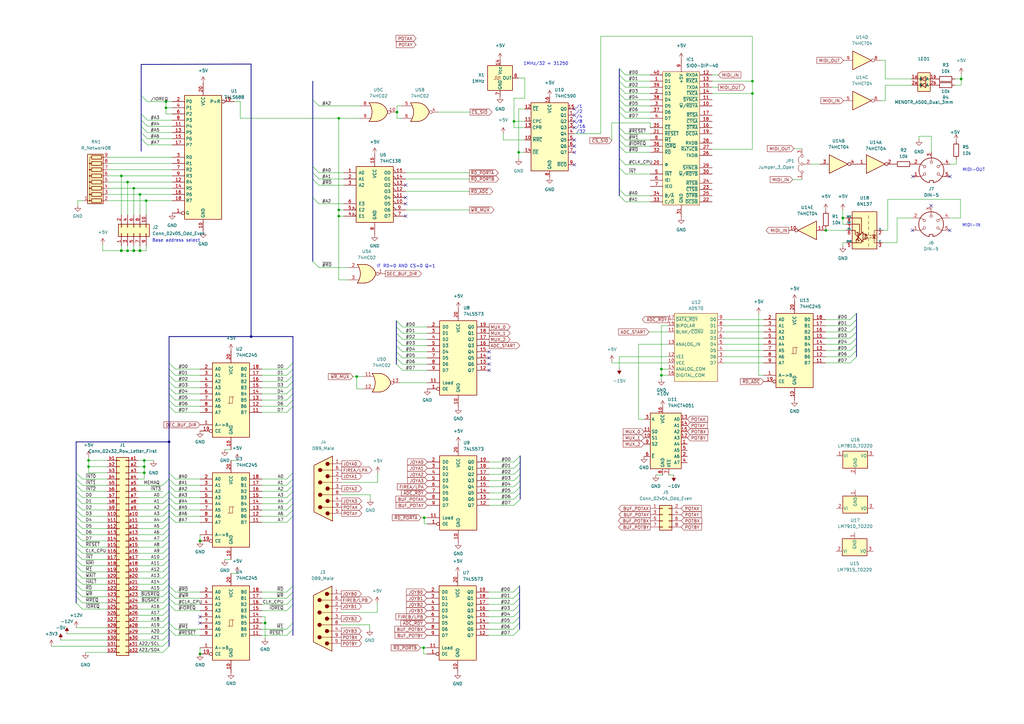
<source format=kicad_sch>
(kicad_sch (version 20211123) (generator eeschema)
  (paper "A3")
  (title_block (title "Z8C Midi Interfacee") (date "2022-10-14"))
  (junction (at 308.61 33.274))
  (junction (at 271.272 153.924))
  (junction (at 210.82 49.784))
  (junction (at 308.61 38.354))
  (junction (at 345.694 89.408))
  (junction (at 82.042 221.869))
  (junction (at 54.864 77.216))
  (junction (at 212.725 62.484))
  (junction (at 68.072 44.196))
  (junction (at 54.864 102.743))
  (junction (at 338.709 94.488))
  (junction (at 173.736 265.684))
  (junction (at 52.324 102.87))
  (junction (at 108.712 255.524))
  (junction (at 69.342 181.229))
  (junction (at 82.042 268.224))
  (junction (at 138.938 48.514))
  (junction (at 68.072 41.656))
  (junction (at 57.404 102.87))
  (junction (at 173.99 212.344))
  (junction (at 59.182 193.929))
  (junction (at 36.322 191.389))
  (junction (at 59.182 191.389))
  (junction (at 146.304 154.432))
  (junction (at 57.404 79.756))
  (junction (at 102.997 138.049))
  (junction (at 54.864 102.87))
  (junction (at 49.784 102.743))
  (junction (at 57.404 102.743))
  (junction (at 271.272 151.384))
  (junction (at 36.322 188.849))
  (junction (at 59.944 82.296))
  (junction (at 162.814 45.974))
  (junction (at 138.938 88.646))
  (junction (at 394.208 32.385))
  (junction (at 138.938 86.106))
  (junction (at 49.784 72.136))
  (junction (at 49.784 102.87))
  (junction (at 52.324 74.676))
  (junction (at 59.182 188.849))
  (no_connect (at 389.509 94.488))
  (no_connect (at 235.585 62.484))
  (no_connect (at 235.585 59.944))
  (no_connect (at 235.585 57.404))
  (no_connect (at 235.585 67.564))
  (no_connect (at 200.66 144.272))
  (no_connect (at 200.66 146.812))
  (no_connect (at 200.66 149.352))
  (no_connect (at 200.66 151.892))
  (no_connect (at 374.396 72.39))
  (no_connect (at 389.636 72.39))
  (no_connect (at 82.042 255.524))
  (no_connect (at 381.889 84.328))
  (no_connect (at 235.585 52.324))
  (no_connect (at 235.585 49.784))
  (no_connect (at 235.585 47.244))
  (no_connect (at 235.585 44.704))
  (no_connect (at 82.042 252.984))
  (no_connect (at 374.269 94.488))
  (no_connect (at 166.37 75.946))
  (no_connect (at 166.37 88.646))
  (no_connect (at 166.37 83.566))
  (no_connect (at 166.37 81.026))
  (bus_entry (at 120.142 240.284) (size -2.54 2.54))
  (bus_entry (at 348.742 148.844) (size 2.54 -2.54))
  (bus_entry (at 256.54 33.274) (size -2.54 -2.54))
  (bus_entry (at 69.342 249.809) (size -2.54 2.54))
  (bus_entry (at 33.782 216.789) (size -2.54 -2.54))
  (bus_entry (at 120.142 247.904) (size -2.54 2.54))
  (bus_entry (at 256.54 43.434) (size -2.54 -2.54))
  (bus_entry (at 57.912 51.816) (size 2.54 2.54))
  (bus_entry (at 120.142 206.629) (size -2.54 2.54))
  (bus_entry (at 120.142 245.364) (size -2.54 2.54))
  (bus_entry (at 69.342 219.329) (size -2.54 2.54))
  (bus_entry (at 31.242 229.489) (size 2.54 2.54))
  (bus_entry (at 69.342 229.489) (size -2.54 2.54))
  (bus_entry (at 165.1 144.272) (size -2.54 -2.54))
  (bus_entry (at 57.912 46.736) (size 2.54 2.54))
  (bus_entry (at 31.242 239.649) (size 2.54 2.54))
  (bus_entry (at 69.342 209.169) (size -2.54 2.54))
  (bus_entry (at 69.342 244.729) (size -2.54 2.54))
  (bus_entry (at 69.342 242.824) (size 2.54 2.54))
  (bus_entry (at 33.782 219.329) (size -2.54 -2.54))
  (bus_entry (at 33.782 206.629) (size -2.54 -2.54))
  (bus_entry (at 69.342 254.889) (size -2.54 2.54))
  (bus_entry (at 128.27 107.188) (size 2.54 2.54))
  (bus_entry (at 69.342 211.709) (size -2.54 2.54))
  (bus_entry (at 210.82 192.024) (size 2.54 -2.54))
  (bus_entry (at 117.602 166.624) (size 2.54 -2.54))
  (bus_entry (at 120.142 211.709) (size -2.54 2.54))
  (bus_entry (at 254 65.024) (size 2.54 2.54))
  (bus_entry (at 57.912 39.116) (size 2.54 2.54))
  (bus_entry (at 210.82 207.264) (size 2.54 -2.54))
  (bus_entry (at 256.54 40.894) (size -2.54 -2.54))
  (bus_entry (at 69.342 258.064) (size 2.54 2.54))
  (bus_entry (at 254 77.724) (size 2.54 2.54))
  (bus_entry (at 117.602 151.384) (size 2.54 -2.54))
  (bus_entry (at 69.342 199.009) (size 2.54 2.54))
  (bus_entry (at 71.882 159.004) (size -2.54 -2.54))
  (bus_entry (at 69.342 214.249) (size -2.54 2.54))
  (bus_entry (at 117.602 159.004) (size 2.54 -2.54))
  (bus_entry (at 120.142 209.169) (size -2.54 2.54))
  (bus_entry (at 348.742 146.304) (size 2.54 -2.54))
  (bus_entry (at 256.54 38.354) (size -2.54 -2.54))
  (bus_entry (at 210.82 202.184) (size 2.54 -2.54))
  (bus_entry (at 69.342 226.949) (size -2.54 2.54))
  (bus_entry (at 69.342 204.089) (size -2.54 2.54))
  (bus_entry (at 33.782 221.869) (size -2.54 -2.54))
  (bus_entry (at 33.782 209.169) (size -2.54 -2.54))
  (bus_entry (at 254 52.324) (size 2.54 2.54))
  (bus_entry (at 210.82 197.104) (size 2.54 -2.54))
  (bus_entry (at 210.82 204.724) (size 2.54 -2.54))
  (bus_entry (at 165.1 139.192) (size -2.54 -2.54))
  (bus_entry (at 33.782 214.249) (size -2.54 -2.54))
  (bus_entry (at 31.242 247.269) (size 2.54 2.54))
  (bus_entry (at 254 59.944) (size 2.54 2.54))
  (bus_entry (at 120.142 204.089) (size -2.54 2.54))
  (bus_entry (at 256.54 30.734) (size -2.54 -2.54))
  (bus_entry (at 69.342 239.649) (size -2.54 2.54))
  (bus_entry (at 256.54 48.514) (size -2.54 -2.54))
  (bus_entry (at 254 68.834) (size 2.54 2.54))
  (bus_entry (at 69.342 201.549) (size 2.54 2.54))
  (bus_entry (at 165.1 136.652) (size -2.54 -2.54))
  (bus_entry (at 33.782 211.709) (size -2.54 -2.54))
  (bus_entry (at 256.54 35.814) (size -2.54 -2.54))
  (bus_entry (at 210.566 252.984) (size 2.54 -2.54))
  (bus_entry (at 117.602 156.464) (size 2.54 -2.54))
  (bus_entry (at 210.566 242.824) (size 2.54 -2.54))
  (bus_entry (at 31.242 199.009) (size 2.54 2.54))
  (bus_entry (at 31.242 193.929) (size 2.54 2.54))
  (bus_entry (at 69.342 259.969) (size -2.54 2.54))
  (bus_entry (at 348.742 138.684) (size 2.54 -2.54))
  (bus_entry (at 348.742 136.144) (size 2.54 -2.54))
  (bus_entry (at 69.342 216.789) (size -2.54 2.54))
  (bus_entry (at 31.242 224.409) (size 2.54 2.54))
  (bus_entry (at 210.566 245.364) (size 2.54 -2.54))
  (bus_entry (at 69.342 252.349) (size -2.54 2.54))
  (bus_entry (at 348.742 141.224) (size 2.54 -2.54))
  (bus_entry (at 117.602 153.924) (size 2.54 -2.54))
  (bus_entry (at 69.342 196.469) (size 2.54 2.54))
  (bus_entry (at 210.566 247.904) (size 2.54 -2.54))
  (bus_entry (at 256.54 45.974) (size -2.54 -2.54))
  (bus_entry (at 120.142 258.064) (size -2.54 2.54))
  (bus_entry (at 210.566 250.444) (size 2.54 -2.54))
  (bus_entry (at 69.342 204.089) (size 2.54 2.54))
  (bus_entry (at 33.782 204.089) (size -2.54 -2.54))
  (bus_entry (at 69.342 206.629) (size 2.54 2.54))
  (bus_entry (at 128.27 40.894) (size 2.54 2.54))
  (bus_entry (at 66.802 199.009) (size 2.54 -2.54))
  (bus_entry (at 71.882 156.464) (size -2.54 -2.54))
  (bus_entry (at 117.602 164.084) (size 2.54 -2.54))
  (bus_entry (at 31.242 234.569) (size 2.54 2.54))
  (bus_entry (at 71.882 153.924) (size -2.54 -2.54))
  (bus_entry (at 210.82 194.564) (size 2.54 -2.54))
  (bus_entry (at 165.1 141.732) (size -2.54 -2.54))
  (bus_entry (at 69.342 247.904) (size 2.54 2.54))
  (bus_entry (at 31.242 232.029) (size 2.54 2.54))
  (bus_entry (at 254 57.404) (size 2.54 2.54))
  (bus_entry (at 120.142 255.524) (size -2.54 2.54))
  (bus_entry (at 57.912 49.276) (size 2.54 2.54))
  (bus_entry (at 31.242 237.109) (size 2.54 2.54))
  (bus_entry (at 69.342 211.709) (size 2.54 2.54))
  (bus_entry (at 31.242 221.869) (size 2.54 2.54))
  (bus_entry (at 128.27 68.326) (size 2.54 2.54))
  (bus_entry (at 71.882 169.164) (size -2.54 -2.54))
  (bus_entry (at 128.27 81.026) (size 2.54 2.54))
  (bus_entry (at 120.142 201.549) (size -2.54 2.54))
  (bus_entry (at 348.742 133.604) (size 2.54 -2.54))
  (bus_entry (at 348.742 131.064) (size 2.54 -2.54))
  (bus_entry (at 210.82 199.644) (size 2.54 -2.54))
  (bus_entry (at 120.142 193.929) (size -2.54 2.54))
  (bus_entry (at 71.882 166.624) (size -2.54 -2.54))
  (bus_entry (at 69.342 265.049) (size -2.54 2.54))
  (bus_entry (at 71.882 164.084) (size -2.54 -2.54))
  (bus_entry (at 71.882 161.544) (size -2.54 -2.54))
  (bus_entry (at 69.342 242.189) (size -2.54 2.54))
  (bus_entry (at 117.602 161.544) (size 2.54 -2.54))
  (bus_entry (at 31.242 244.729) (size 2.54 2.54))
  (bus_entry (at 69.342 257.429) (size -2.54 2.54))
  (bus_entry (at 69.342 237.109) (size -2.54 2.54))
  (bus_entry (at 120.142 242.824) (size -2.54 2.54))
  (bus_entry (at 71.882 151.384) (size -2.54 -2.54))
  (bus_entry (at 69.342 206.629) (size -2.54 2.54))
  (bus_entry (at 120.142 196.469) (size -2.54 2.54))
  (bus_entry (at 165.1 151.892) (size -2.54 -2.54))
  (bus_entry (at 69.342 232.029) (size -2.54 2.54))
  (bus_entry (at 210.566 260.604) (size 2.54 -2.54))
  (bus_entry (at 254 80.264) (size 2.54 2.54))
  (bus_entry (at 165.1 149.352) (size -2.54 -2.54))
  (bus_entry (at 69.342 245.364) (size 2.54 2.54))
  (bus_entry (at 165.1 146.812) (size -2.54 -2.54))
  (bus_entry (at 69.342 247.269) (size -2.54 2.54))
  (bus_entry (at 31.242 242.189) (size 2.54 2.54))
  (bus_entry (at 69.342 224.409) (size -2.54 2.54))
  (bus_entry (at 31.242 196.469) (size 2.54 2.54))
  (bus_entry (at 31.242 226.949) (size 2.54 2.54))
  (bus_entry (at 69.342 255.524) (size 2.54 2.54))
  (bus_entry (at 69.342 240.284) (size 2.54 2.54))
  (bus_entry (at 210.566 258.064) (size 2.54 -2.54))
  (bus_entry (at 69.342 193.929) (size 2.54 2.54))
  (bus_entry (at 57.912 54.356) (size 2.54 2.54))
  (bus_entry (at 69.342 221.869) (size -2.54 2.54))
  (bus_entry (at 128.27 70.866) (size 2.54 2.54))
  (bus_entry (at 128.27 73.406) (size 2.54 2.54))
  (bus_entry (at 210.566 255.524) (size 2.54 -2.54))
  (bus_entry (at 69.342 234.569) (size -2.54 2.54))
  (bus_entry (at 69.342 201.549) (size -2.54 2.54))
  (bus_entry (at 165.1 134.112) (size -2.54 -2.54))
  (bus_entry (at 69.342 262.509) (size -2.54 2.54))
  (bus_entry (at 348.742 143.764) (size 2.54 -2.54))
  (bus_entry (at 69.342 209.169) (size 2.54 2.54))
  (bus_entry (at 117.602 169.164) (size 2.54 -2.54))
  (bus_entry (at 57.912 56.896) (size 2.54 2.54))
  (bus_entry (at 254 54.864) (size 2.54 2.54))
  (bus_entry (at 120.142 199.009) (size -2.54 2.54))
  (bus_entry (at 210.82 189.484) (size 2.54 -2.54))
  (wire (pts (xy 33.782 229.489) (xy 43.942 229.489)))
  (wire (pts (xy 59.182 188.849) (xy 62.992 188.849)))
  (wire (pts (xy 56.642 199.009) (xy 66.802 199.009)))
  (bus (pts (xy 69.342 209.169) (xy 69.342 206.629)))
  (wire (pts (xy 212.725 44.704) (xy 212.725 62.484)))
  (wire (pts (xy 348.742 141.224) (xy 338.582 141.224)))
  (wire (pts (xy 146.304 154.432) (xy 148.844 154.432)))
  (wire (pts (xy 70.612 44.196) (xy 68.072 44.196)))
  (wire (pts (xy 345.694 99.568) (xy 346.964 99.568)))
  (wire (pts (xy 348.742 143.764) (xy 338.582 143.764)))
  (wire (pts (xy 138.938 88.646) (xy 138.938 114.808)))
  (wire (pts (xy 165.1 146.812) (xy 175.26 146.812)))
  (wire (pts (xy 92.202 184.404) (xy 94.742 184.404)))
  (bus (pts (xy 69.342 232.029) (xy 69.342 229.489)))
  (bus (pts (xy 31.242 196.469) (xy 31.242 199.009)))
  (bus (pts (xy 254 57.404) (xy 254 59.944)))
  (wire (pts (xy 66.802 221.869) (xy 56.642 221.869)))
  (wire (pts (xy 66.802 204.089) (xy 56.642 204.089)))
  (wire (pts (xy 33.782 209.169) (xy 43.942 209.169)))
  (wire (pts (xy 98.552 48.514) (xy 138.938 48.514)))
  (wire (pts (xy 117.602 196.469) (xy 107.442 196.469)))
  (wire (pts (xy 348.742 131.064) (xy 338.582 131.064)))
  (bus (pts (xy 254 52.324) (xy 254 54.864)))
  (wire (pts (xy 66.802 219.329) (xy 56.642 219.329)))
  (wire (pts (xy 348.742 133.604) (xy 338.582 133.604)))
  (wire (pts (xy 66.802 254.889) (xy 56.642 254.889)))
  (wire (pts (xy 348.742 146.304) (xy 338.582 146.304)))
  (bus (pts (xy 69.342 244.729) (xy 69.342 245.364)))
  (wire (pts (xy 393.954 89.408) (xy 393.954 81.788)))
  (bus (pts (xy 69.342 164.084) (xy 69.342 161.544)))
  (wire (pts (xy 54.864 77.216) (xy 70.612 77.216)))
  (bus (pts (xy 351.282 146.304) (xy 351.282 143.764)))
  (wire (pts (xy 271.272 155.448) (xy 271.272 153.924)))
  (wire (pts (xy 165.1 141.732) (xy 175.26 141.732)))
  (wire (pts (xy 52.324 102.87) (xy 52.324 100.838)))
  (wire (pts (xy 66.802 259.969) (xy 56.642 259.969)))
  (bus (pts (xy 254 45.974) (xy 254 52.324)))
  (wire (pts (xy 44.196 79.756) (xy 57.404 79.756)))
  (bus (pts (xy 254 54.864) (xy 254 57.404)))
  (bus (pts (xy 351.282 138.684) (xy 351.282 136.144)))
  (bus (pts (xy 69.342 245.364) (xy 69.342 247.269)))
  (wire (pts (xy 210.82 52.324) (xy 215.265 52.324)))
  (wire (pts (xy 68.072 46.736) (xy 70.612 46.736)))
  (bus (pts (xy 162.56 141.732) (xy 162.56 139.192)))
  (wire (pts (xy 165.1 151.892) (xy 175.26 151.892)))
  (wire (pts (xy 140.208 202.946) (xy 151.892 202.946)))
  (wire (pts (xy 210.82 49.784) (xy 210.82 52.324)))
  (wire (pts (xy 271.272 151.384) (xy 271.272 153.924)))
  (wire (pts (xy 164.592 48.514) (xy 162.814 48.514)))
  (wire (pts (xy 345.694 89.408) (xy 345.694 91.948)))
  (wire (pts (xy 394.208 32.385) (xy 394.208 30.48)))
  (bus (pts (xy 213.106 255.524) (xy 213.106 252.984)))
  (wire (pts (xy 311.15 153.924) (xy 313.182 153.924)))
  (wire (pts (xy 44.196 74.676) (xy 52.324 74.676)))
  (bus (pts (xy 351.282 143.764) (xy 351.282 141.224)))
  (bus (pts (xy 128.27 33.274) (xy 128.27 40.894)))
  (wire (pts (xy 71.882 247.904) (xy 82.042 247.904)))
  (wire (pts (xy 154.686 251.206) (xy 154.686 247.396)))
  (bus (pts (xy 69.342 166.624) (xy 69.342 164.084)))
  (wire (pts (xy 59.944 102.87) (xy 59.944 100.838)))
  (bus (pts (xy 57.912 56.896) (xy 57.912 54.356)))
  (bus (pts (xy 69.342 138.049) (xy 102.997 138.049)))
  (wire (pts (xy 82.042 219.329) (xy 82.042 221.869)))
  (wire (pts (xy 271.272 133.604) (xy 274.066 133.604)))
  (wire (pts (xy 27.432 259.969) (xy 43.942 259.969)))
  (wire (pts (xy 162.814 45.974) (xy 162.814 43.434)))
  (bus (pts (xy 254 38.354) (xy 254 35.814)))
  (wire (pts (xy 117.602 166.624) (xy 107.442 166.624)))
  (wire (pts (xy 66.802 242.189) (xy 56.642 242.189)))
  (bus (pts (xy 69.342 229.489) (xy 69.342 226.949)))
  (wire (pts (xy 108.712 255.524) (xy 108.712 261.874)))
  (wire (pts (xy 348.742 138.684) (xy 338.582 138.684)))
  (wire (pts (xy 130.81 73.406) (xy 140.97 73.406)))
  (wire (pts (xy 54.864 77.216) (xy 54.864 88.138)))
  (wire (pts (xy 165.1 134.112) (xy 175.26 134.112)))
  (wire (pts (xy 60.452 51.816) (xy 70.612 51.816)))
  (wire (pts (xy 54.864 102.743) (xy 54.864 100.838)))
  (bus (pts (xy 254 65.024) (xy 254 68.834)))
  (bus (pts (xy 254 59.944) (xy 254 65.024)))
  (wire (pts (xy 59.944 82.296) (xy 70.612 82.296)))
  (wire (pts (xy 250.952 148.844) (xy 250.952 148.336)))
  (wire (pts (xy 57.404 102.743) (xy 57.404 102.87)))
  (wire (pts (xy 256.54 48.514) (xy 266.7 48.514)))
  (bus (pts (xy 120.142 153.924) (xy 120.142 151.384)))
  (wire (pts (xy 345.694 89.408) (xy 346.964 89.408)))
  (wire (pts (xy 21.082 265.049) (xy 43.942 265.049)))
  (wire (pts (xy 215.265 49.784) (xy 210.82 49.784)))
  (wire (pts (xy 266.192 136.144) (xy 274.066 136.144)))
  (wire (pts (xy 254 146.304) (xy 274.066 146.304)))
  (bus (pts (xy 120.142 245.364) (xy 120.142 247.904)))
  (wire (pts (xy 36.322 193.929) (xy 43.942 193.929)))
  (wire (pts (xy 42.164 102.87) (xy 49.784 102.87)))
  (wire (pts (xy 33.782 221.869) (xy 43.942 221.869)))
  (wire (pts (xy 33.782 219.329) (xy 43.942 219.329)))
  (wire (pts (xy 92.202 229.489) (xy 94.742 229.489)))
  (bus (pts (xy 69.342 159.004) (xy 69.342 156.464)))
  (bus (pts (xy 120.142 242.824) (xy 120.142 245.364)))
  (wire (pts (xy 33.782 204.089) (xy 43.942 204.089)))
  (wire (pts (xy 308.61 33.274) (xy 308.61 38.354)))
  (wire (pts (xy 154.94 197.866) (xy 154.94 194.056)))
  (wire (pts (xy 49.784 102.743) (xy 49.784 100.838)))
  (bus (pts (xy 213.36 186.944) (xy 213.36 189.484)))
  (wire (pts (xy 117.602 153.924) (xy 107.442 153.924)))
  (wire (pts (xy 254 150.876) (xy 254 146.304)))
  (bus (pts (xy 162.56 136.652) (xy 162.56 139.192)))
  (wire (pts (xy 117.602 250.444) (xy 107.442 250.444)))
  (wire (pts (xy 363.093 32.385) (xy 373.888 32.385)))
  (bus (pts (xy 120.142 240.284) (xy 120.142 242.824)))
  (wire (pts (xy 117.602 258.064) (xy 107.442 258.064)))
  (bus (pts (xy 31.242 219.329) (xy 31.242 216.789)))
  (wire (pts (xy 261.874 141.224) (xy 274.066 141.224)))
  (wire (pts (xy 60.452 49.276) (xy 70.612 49.276)))
  (wire (pts (xy 210.566 242.824) (xy 200.406 242.824)))
  (wire (pts (xy 271.272 153.924) (xy 274.066 153.924)))
  (wire (pts (xy 31.242 257.429) (xy 43.942 257.429)))
  (bus (pts (xy 120.142 166.624) (xy 120.142 193.929)))
  (wire (pts (xy 256.54 59.944) (xy 266.7 59.944)))
  (bus (pts (xy 120.142 209.169) (xy 120.142 211.709)))
  (wire (pts (xy 268.986 194.818) (xy 271.78 194.818)))
  (wire (pts (xy 308.61 61.214) (xy 292.1 61.214)))
  (wire (pts (xy 313.182 148.844) (xy 296.926 148.844)))
  (wire (pts (xy 276.352 194.818) (xy 274.32 194.818)))
  (wire (pts (xy 138.938 48.514) (xy 138.938 86.106)))
  (bus (pts (xy 31.242 209.169) (xy 31.242 206.629)))
  (bus (pts (xy 213.106 240.284) (xy 213.106 242.824)))
  (wire (pts (xy 346.964 94.488) (xy 338.709 94.488)))
  (wire (pts (xy 308.61 38.354) (xy 308.61 61.214)))
  (bus (pts (xy 254 45.974) (xy 254 43.434)))
  (wire (pts (xy 117.602 211.709) (xy 107.442 211.709)))
  (wire (pts (xy 256.54 45.974) (xy 266.7 45.974)))
  (bus (pts (xy 351.282 128.524) (xy 351.282 131.064)))
  (wire (pts (xy 212.725 62.484) (xy 215.265 62.484)))
  (wire (pts (xy 172.72 212.344) (xy 173.99 212.344)))
  (bus (pts (xy 120.142 164.084) (xy 120.142 161.544)))
  (wire (pts (xy 66.802 209.169) (xy 56.642 209.169)))
  (wire (pts (xy 206.375 57.404) (xy 206.375 54.864)))
  (wire (pts (xy 389.509 89.408) (xy 393.954 89.408)))
  (wire (pts (xy 33.782 211.709) (xy 43.942 211.709)))
  (wire (pts (xy 117.602 214.249) (xy 107.442 214.249)))
  (wire (pts (xy 33.782 239.649) (xy 43.942 239.649)))
  (wire (pts (xy 36.322 191.389) (xy 36.322 193.929)))
  (wire (pts (xy 363.093 34.925) (xy 373.888 34.925)))
  (wire (pts (xy 44.196 82.296) (xy 59.944 82.296)))
  (wire (pts (xy 117.602 164.084) (xy 107.442 164.084)))
  (wire (pts (xy 138.938 114.808) (xy 142.748 114.808)))
  (wire (pts (xy 313.182 131.064) (xy 296.926 131.064)))
  (wire (pts (xy 256.54 43.434) (xy 266.7 43.434)))
  (wire (pts (xy 210.82 189.484) (xy 200.66 189.484)))
  (wire (pts (xy 33.782 232.029) (xy 43.942 232.029)))
  (wire (pts (xy 256.54 80.264) (xy 266.7 80.264)))
  (bus (pts (xy 69.342 249.809) (xy 69.342 247.904)))
  (wire (pts (xy 210.566 260.604) (xy 200.406 260.604)))
  (wire (pts (xy 235.585 54.864) (xy 246.38 54.864)))
  (wire (pts (xy 57.404 100.838) (xy 57.404 102.743)))
  (wire (pts (xy 172.466 265.684) (xy 173.736 265.684)))
  (wire (pts (xy 56.642 193.929) (xy 59.182 193.929)))
  (bus (pts (xy 31.242 242.189) (xy 31.242 244.729)))
  (wire (pts (xy 71.882 209.169) (xy 82.042 209.169)))
  (bus (pts (xy 162.56 149.352) (xy 162.56 146.812)))
  (wire (pts (xy 60.452 54.356) (xy 70.612 54.356)))
  (wire (pts (xy 49.784 72.136) (xy 70.612 72.136)))
  (bus (pts (xy 128.27 107.188) (xy 128.27 81.026)))
  (bus (pts (xy 69.342 242.824) (xy 69.342 244.729)))
  (wire (pts (xy 210.82 194.564) (xy 200.66 194.564)))
  (bus (pts (xy 69.342 153.924) (xy 69.342 156.464)))
  (bus (pts (xy 31.242 181.229) (xy 69.342 181.229)))
  (wire (pts (xy 117.602 204.089) (xy 107.442 204.089)))
  (bus (pts (xy 254 43.434) (xy 254 40.894)))
  (bus (pts (xy 31.242 199.009) (xy 31.242 201.549)))
  (wire (pts (xy 210.82 207.264) (xy 200.66 207.264)))
  (wire (pts (xy 138.938 48.514) (xy 147.574 48.514)))
  (bus (pts (xy 69.342 204.089) (xy 69.342 201.549)))
  (wire (pts (xy 44.196 69.596) (xy 70.612 69.596)))
  (bus (pts (xy 31.242 237.109) (xy 31.242 239.649)))
  (bus (pts (xy 120.142 206.629) (xy 120.142 209.169)))
  (wire (pts (xy 382.016 55.88) (xy 382.016 62.23)))
  (wire (pts (xy 71.882 199.009) (xy 82.042 199.009)))
  (wire (pts (xy 392.176 67.31) (xy 392.176 65.405)))
  (wire (pts (xy 66.802 224.409) (xy 56.642 224.409)))
  (wire (pts (xy 59.182 193.929) (xy 59.182 191.389)))
  (bus (pts (xy 69.342 199.009) (xy 69.342 201.549)))
  (wire (pts (xy 108.712 252.984) (xy 108.712 255.524)))
  (wire (pts (xy 166.37 70.866) (xy 192.532 70.866)))
  (bus (pts (xy 31.242 224.409) (xy 31.242 226.949)))
  (wire (pts (xy 313.182 146.304) (xy 296.926 146.304)))
  (bus (pts (xy 120.142 199.009) (xy 120.142 201.549)))
  (bus (pts (xy 120.142 255.524) (xy 120.142 258.064)))
  (bus (pts (xy 351.282 131.064) (xy 351.282 133.604)))
  (wire (pts (xy 71.882 161.544) (xy 82.042 161.544)))
  (wire (pts (xy 325.12 73.66) (xy 328.93 73.66)))
  (wire (pts (xy 33.782 196.469) (xy 43.942 196.469)))
  (bus (pts (xy 120.142 247.904) (xy 120.142 255.524)))
  (bus (pts (xy 254 68.834) (xy 254 77.724)))
  (wire (pts (xy 68.072 44.196) (xy 68.072 41.656)))
  (bus (pts (xy 69.342 257.429) (xy 69.342 255.524)))
  (wire (pts (xy 215.265 32.004) (xy 215.265 40.259)))
  (wire (pts (xy 33.782 249.809) (xy 43.942 249.809)))
  (wire (pts (xy 71.882 196.469) (xy 82.042 196.469)))
  (wire (pts (xy 44.196 67.056) (xy 70.612 67.056)))
  (wire (pts (xy 313.182 138.684) (xy 296.926 138.684)))
  (bus (pts (xy 57.912 39.116) (xy 57.912 46.736)))
  (wire (pts (xy 71.882 258.064) (xy 82.042 258.064)))
  (wire (pts (xy 210.82 40.259) (xy 210.82 49.784)))
  (wire (pts (xy 54.864 102.743) (xy 54.864 102.87)))
  (wire (pts (xy 117.602 169.164) (xy 107.442 169.164)))
  (wire (pts (xy 33.782 247.269) (xy 43.942 247.269)))
  (bus (pts (xy 31.242 229.489) (xy 31.242 232.029)))
  (wire (pts (xy 33.782 244.729) (xy 43.942 244.729)))
  (wire (pts (xy 210.566 252.984) (xy 200.406 252.984)))
  (bus (pts (xy 213.106 258.064) (xy 213.106 255.524)))
  (wire (pts (xy 33.782 242.189) (xy 43.942 242.189)))
  (bus (pts (xy 69.342 181.229) (xy 69.342 193.929)))
  (bus (pts (xy 213.36 197.104) (xy 213.36 194.564)))
  (wire (pts (xy 49.784 102.743) (xy 49.784 102.87)))
  (wire (pts (xy 308.61 33.274) (xy 292.1 33.274)))
  (wire (pts (xy 71.882 204.089) (xy 82.042 204.089)))
  (wire (pts (xy 71.882 250.444) (xy 82.042 250.444)))
  (wire (pts (xy 210.566 255.524) (xy 200.406 255.524)))
  (wire (pts (xy 66.802 249.809) (xy 56.642 249.809)))
  (wire (pts (xy 165.1 144.272) (xy 175.26 144.272)))
  (bus (pts (xy 69.342 211.709) (xy 69.342 209.169)))
  (wire (pts (xy 215.265 44.704) (xy 212.725 44.704)))
  (wire (pts (xy 71.882 242.824) (xy 82.042 242.824)))
  (wire (pts (xy 348.742 136.144) (xy 338.582 136.144)))
  (wire (pts (xy 117.602 156.464) (xy 107.442 156.464)))
  (wire (pts (xy 162.814 48.514) (xy 162.814 45.974)))
  (wire (pts (xy 313.182 141.224) (xy 296.926 141.224)))
  (bus (pts (xy 69.342 249.809) (xy 69.342 252.349)))
  (bus (pts (xy 69.342 237.109) (xy 69.342 234.569)))
  (wire (pts (xy 66.802 214.249) (xy 56.642 214.249)))
  (bus (pts (xy 120.142 159.004) (xy 120.142 156.464)))
  (bus (pts (xy 69.342 216.789) (xy 69.342 214.249)))
  (wire (pts (xy 66.802 234.569) (xy 56.642 234.569)))
  (bus (pts (xy 69.342 166.624) (xy 69.342 181.229)))
  (wire (pts (xy 389.636 67.31) (xy 392.176 67.31)))
  (wire (pts (xy 130.81 75.946) (xy 140.97 75.946)))
  (bus (pts (xy 102.997 26.289) (xy 102.997 138.049)))
  (bus (pts (xy 69.342 258.064) (xy 69.342 257.429)))
  (bus (pts (xy 162.56 131.572) (xy 162.56 134.112)))
  (wire (pts (xy 66.802 239.649) (xy 56.642 239.649)))
  (wire (pts (xy 212.725 32.004) (xy 215.265 32.004)))
  (bus (pts (xy 69.342 262.509) (xy 69.342 259.969)))
  (wire (pts (xy 66.802 206.629) (xy 56.642 206.629)))
  (bus (pts (xy 213.36 189.484) (xy 213.36 192.024)))
  (wire (pts (xy 57.404 79.756) (xy 70.612 79.756)))
  (wire (pts (xy 162.814 43.434) (xy 164.592 43.434)))
  (wire (pts (xy 57.404 79.756) (xy 57.404 88.138)))
  (bus (pts (xy 31.242 219.329) (xy 31.242 221.869)))
  (wire (pts (xy 179.832 45.974) (xy 192.786 45.974)))
  (wire (pts (xy 164.084 156.972) (xy 175.26 156.972)))
  (wire (pts (xy 44.196 72.136) (xy 49.784 72.136)))
  (wire (pts (xy 59.182 191.389) (xy 59.182 188.849)))
  (bus (pts (xy 351.282 133.604) (xy 351.282 136.144)))
  (wire (pts (xy 31.877 82.296) (xy 34.036 82.296)))
  (wire (pts (xy 210.82 197.104) (xy 200.66 197.104)))
  (bus (pts (xy 69.342 193.929) (xy 69.342 196.469)))
  (wire (pts (xy 246.38 14.859) (xy 246.38 54.864)))
  (wire (pts (xy 52.324 102.87) (xy 54.864 102.87)))
  (wire (pts (xy 66.802 232.029) (xy 56.642 232.029)))
  (wire (pts (xy 117.602 159.004) (xy 107.442 159.004)))
  (wire (pts (xy 367.919 89.408) (xy 374.269 89.408)))
  (wire (pts (xy 210.566 258.064) (xy 200.406 258.064)))
  (wire (pts (xy 71.882 201.549) (xy 82.042 201.549)))
  (wire (pts (xy 346.964 91.948) (xy 345.694 91.948)))
  (wire (pts (xy 210.82 202.184) (xy 200.66 202.184)))
  (wire (pts (xy 311.15 128.778) (xy 311.15 153.924)))
  (bus (pts (xy 120.142 161.544) (xy 120.142 159.004)))
  (wire (pts (xy 364.109 81.788) (xy 364.109 94.488)))
  (wire (pts (xy 49.784 72.136) (xy 49.784 88.138)))
  (bus (pts (xy 69.342 240.284) (xy 69.342 242.189)))
  (wire (pts (xy 66.802 265.049) (xy 56.642 265.049)))
  (wire (pts (xy 256.54 38.354) (xy 266.7 38.354)))
  (wire (pts (xy 210.82 192.024) (xy 200.66 192.024)))
  (wire (pts (xy 166.37 73.406) (xy 192.532 73.406)))
  (wire (pts (xy 33.782 214.249) (xy 43.942 214.249)))
  (wire (pts (xy 24.892 262.509) (xy 43.942 262.509)))
  (bus (pts (xy 57.912 56.896) (xy 57.912 61.976)))
  (wire (pts (xy 313.182 136.144) (xy 296.926 136.144)))
  (wire (pts (xy 146.304 159.512) (xy 146.304 154.432)))
  (wire (pts (xy 33.782 226.949) (xy 43.942 226.949)))
  (wire (pts (xy 210.82 204.724) (xy 200.66 204.724)))
  (wire (pts (xy 71.882 166.624) (xy 82.042 166.624)))
  (wire (pts (xy 348.742 148.844) (xy 338.582 148.844)))
  (wire (pts (xy 173.736 265.684) (xy 175.006 265.684)))
  (wire (pts (xy 376.936 57.15) (xy 376.936 55.88)))
  (bus (pts (xy 254 30.734) (xy 254 33.274)))
  (bus (pts (xy 213.106 252.984) (xy 213.106 250.444)))
  (wire (pts (xy 71.882 156.464) (xy 82.042 156.464)))
  (wire (pts (xy 256.54 82.804) (xy 266.7 82.804)))
  (wire (pts (xy 71.882 159.004) (xy 82.042 159.004)))
  (wire (pts (xy 173.99 212.344) (xy 175.26 212.344)))
  (wire (pts (xy 60.452 41.656) (xy 68.072 41.656)))
  (bus (pts (xy 31.242 244.729) (xy 31.242 247.269)))
  (bus (pts (xy 120.142 193.929) (xy 120.142 196.469)))
  (wire (pts (xy 210.566 247.904) (xy 200.406 247.904)))
  (wire (pts (xy 130.81 83.566) (xy 140.97 83.566)))
  (wire (pts (xy 138.938 88.646) (xy 140.97 88.646)))
  (wire (pts (xy 54.864 102.87) (xy 57.404 102.87)))
  (bus (pts (xy 120.142 138.049) (xy 120.142 148.844)))
  (wire (pts (xy 363.093 24.765) (xy 363.093 32.385)))
  (wire (pts (xy 66.802 211.709) (xy 56.642 211.709)))
  (wire (pts (xy 52.324 74.676) (xy 52.324 88.138)))
  (wire (pts (xy 215.265 57.404) (xy 206.375 57.404)))
  (bus (pts (xy 31.242 214.249) (xy 31.242 211.709)))
  (bus (pts (xy 31.242 206.629) (xy 31.242 204.089)))
  (wire (pts (xy 33.782 216.789) (xy 43.942 216.789)))
  (bus (pts (xy 120.142 151.384) (xy 120.142 148.844)))
  (wire (pts (xy 313.182 143.764) (xy 296.926 143.764)))
  (wire (pts (xy 94.742 235.204) (xy 97.282 235.204)))
  (wire (pts (xy 36.322 191.389) (xy 36.322 188.849)))
  (wire (pts (xy 71.882 211.709) (xy 82.042 211.709)))
  (wire (pts (xy 173.736 265.684) (xy 173.736 268.224)))
  (wire (pts (xy 130.81 109.728) (xy 142.748 109.728)))
  (wire (pts (xy 66.802 244.729) (xy 56.642 244.729)))
  (wire (pts (xy 117.602 206.629) (xy 107.442 206.629)))
  (wire (pts (xy 117.602 247.904) (xy 107.442 247.904)))
  (wire (pts (xy 210.82 199.644) (xy 200.66 199.644)))
  (bus (pts (xy 57.912 51.816) (xy 57.912 49.276)))
  (bus (pts (xy 31.242 204.089) (xy 31.242 201.549)))
  (wire (pts (xy 31.877 82.296) (xy 31.877 84.201)))
  (bus (pts (xy 69.342 259.969) (xy 69.342 258.064)))
  (wire (pts (xy 138.938 86.106) (xy 138.938 88.646)))
  (wire (pts (xy 256.54 71.374) (xy 266.7 71.374)))
  (wire (pts (xy 166.37 86.106) (xy 192.532 86.106)))
  (wire (pts (xy 66.802 257.429) (xy 56.642 257.429)))
  (wire (pts (xy 151.638 256.286) (xy 151.638 258.064)))
  (wire (pts (xy 210.566 245.364) (xy 200.406 245.364)))
  (wire (pts (xy 68.072 41.656) (xy 70.612 41.656)))
  (wire (pts (xy 56.642 196.469) (xy 59.182 196.469)))
  (wire (pts (xy 82.042 265.684) (xy 82.042 268.224)))
  (bus (pts (xy 31.242 239.649) (xy 31.242 242.189)))
  (bus (pts (xy 69.342 226.949) (xy 69.342 224.409)))
  (wire (pts (xy 256.54 67.564) (xy 266.7 67.564)))
  (bus (pts (xy 69.342 219.329) (xy 69.342 216.789)))
  (wire (pts (xy 165.1 149.352) (xy 175.26 149.352)))
  (wire (pts (xy 173.99 212.344) (xy 173.99 214.884)))
  (wire (pts (xy 33.782 234.569) (xy 43.942 234.569)))
  (wire (pts (xy 117.602 260.604) (xy 107.442 260.604)))
  (wire (pts (xy 33.782 201.549) (xy 43.942 201.549)))
  (wire (pts (xy 98.552 41.656) (xy 98.552 48.514)))
  (wire (pts (xy 313.182 133.604) (xy 296.926 133.604)))
  (wire (pts (xy 294.64 35.814) (xy 292.1 35.814)))
  (wire (pts (xy 117.602 245.364) (xy 107.442 245.364)))
  (bus (pts (xy 69.342 214.249) (xy 69.342 211.709)))
  (wire (pts (xy 42.164 100.33) (xy 42.164 102.87)))
  (wire (pts (xy 391.668 34.925) (xy 394.208 34.925)))
  (wire (pts (xy 332.74 67.31) (xy 336.296 67.31)))
  (wire (pts (xy 36.322 187.579) (xy 36.322 188.849)))
  (bus (pts (xy 254 40.894) (xy 254 38.354)))
  (bus (pts (xy 254 28.194) (xy 254 30.734)))
  (bus (pts (xy 120.142 258.064) (xy 120.142 260.604)))
  (wire (pts (xy 49.784 102.87) (xy 52.324 102.87)))
  (bus (pts (xy 57.912 39.116) (xy 57.912 26.416)))
  (bus (pts (xy 213.36 202.184) (xy 213.36 199.644)))
  (wire (pts (xy 376.936 55.88) (xy 382.016 55.88)))
  (wire (pts (xy 107.442 255.524) (xy 108.712 255.524)))
  (wire (pts (xy 33.782 199.009) (xy 43.942 199.009)))
  (wire (pts (xy 256.54 57.404) (xy 266.7 57.404)))
  (wire (pts (xy 71.882 164.084) (xy 82.042 164.084)))
  (bus (pts (xy 69.342 206.629) (xy 69.342 204.089)))
  (wire (pts (xy 66.802 267.589) (xy 56.642 267.589)))
  (wire (pts (xy 33.782 206.629) (xy 43.942 206.629)))
  (bus (pts (xy 31.242 193.929) (xy 31.242 196.469)))
  (wire (pts (xy 246.38 14.859) (xy 308.61 14.859)))
  (wire (pts (xy 60.452 59.436) (xy 70.612 59.436)))
  (wire (pts (xy 66.802 247.269) (xy 56.642 247.269)))
  (wire (pts (xy 139.954 251.206) (xy 154.686 251.206)))
  (wire (pts (xy 71.882 151.384) (xy 82.042 151.384)))
  (wire (pts (xy 117.602 199.009) (xy 107.442 199.009)))
  (bus (pts (xy 57.912 26.416) (xy 102.997 26.289)))
  (bus (pts (xy 213.36 192.024) (xy 213.36 194.564)))
  (wire (pts (xy 361.188 41.275) (xy 363.093 41.275)))
  (wire (pts (xy 71.882 214.249) (xy 82.042 214.249)))
  (bus (pts (xy 31.242 181.229) (xy 31.242 193.929)))
  (wire (pts (xy 43.942 191.389) (xy 36.322 191.389)))
  (bus (pts (xy 102.997 138.049) (xy 120.142 138.049)))
  (wire (pts (xy 57.404 102.87) (xy 59.944 102.87)))
  (wire (pts (xy 71.882 206.629) (xy 82.042 206.629)))
  (wire (pts (xy 345.694 100.838) (xy 345.694 99.568)))
  (wire (pts (xy 117.602 209.169) (xy 107.442 209.169)))
  (bus (pts (xy 57.912 54.356) (xy 57.912 51.816)))
  (wire (pts (xy 107.442 252.984) (xy 108.712 252.984)))
  (bus (pts (xy 69.342 224.409) (xy 69.342 221.869)))
  (bus (pts (xy 213.36 199.644) (xy 213.36 197.104)))
  (bus (pts (xy 69.342 151.384) (xy 69.342 153.924)))
  (wire (pts (xy 256.54 33.274) (xy 266.7 33.274)))
  (wire (pts (xy 130.81 43.434) (xy 147.574 43.434)))
  (wire (pts (xy 94.742 188.849) (xy 97.282 188.849)))
  (wire (pts (xy 210.566 250.444) (xy 200.406 250.444)))
  (bus (pts (xy 128.27 73.406) (xy 128.27 81.026)))
  (bus (pts (xy 69.342 252.349) (xy 69.342 254.889)))
  (bus (pts (xy 31.242 234.569) (xy 31.242 237.109)))
  (bus (pts (xy 69.342 196.469) (xy 69.342 199.009)))
  (bus (pts (xy 69.342 247.904) (xy 69.342 247.269)))
  (wire (pts (xy 338.709 94.488) (xy 338.709 93.853)))
  (wire (pts (xy 345.694 86.233) (xy 345.694 89.408)))
  (bus (pts (xy 69.342 262.509) (xy 69.342 265.049)))
  (bus (pts (xy 31.242 232.029) (xy 31.242 234.569)))
  (bus (pts (xy 213.36 204.724) (xy 213.36 202.184)))
  (wire (pts (xy 361.188 24.765) (xy 363.093 24.765)))
  (bus (pts (xy 128.27 70.866) (xy 128.27 73.406)))
  (wire (pts (xy 66.802 229.489) (xy 56.642 229.489)))
  (wire (pts (xy 256.54 35.814) (xy 266.7 35.814)))
  (bus (pts (xy 120.142 156.464) (xy 120.142 153.924)))
  (bus (pts (xy 213.106 250.444) (xy 213.106 247.904)))
  (wire (pts (xy 364.109 94.488) (xy 362.204 94.488)))
  (wire (pts (xy 256.54 62.484) (xy 266.7 62.484)))
  (bus (pts (xy 69.342 138.049) (xy 69.342 148.844)))
  (bus (pts (xy 57.912 46.736) (xy 57.912 49.276)))
  (wire (pts (xy 325.628 60.96) (xy 328.93 60.96)))
  (wire (pts (xy 52.324 74.676) (xy 70.612 74.676)))
  (wire (pts (xy 117.602 242.824) (xy 107.442 242.824)))
  (bus (pts (xy 31.242 221.869) (xy 31.242 224.409)))
  (wire (pts (xy 130.81 70.866) (xy 140.97 70.866)))
  (bus (pts (xy 162.56 144.272) (xy 162.56 141.732)))
  (bus (pts (xy 31.242 226.949) (xy 31.242 229.489)))
  (wire (pts (xy 66.802 262.509) (xy 56.642 262.509)))
  (wire (pts (xy 139.954 256.286) (xy 151.638 256.286)))
  (wire (pts (xy 391.668 32.385) (xy 394.208 32.385)))
  (bus (pts (xy 128.27 40.894) (xy 128.27 68.326)))
  (wire (pts (xy 166.37 78.486) (xy 192.532 78.486)))
  (wire (pts (xy 308.61 38.354) (xy 292.1 38.354)))
  (bus (pts (xy 31.242 216.789) (xy 31.242 214.249)))
  (wire (pts (xy 271.272 133.604) (xy 271.272 151.384)))
  (wire (pts (xy 59.182 196.469) (xy 59.182 193.929)))
  (wire (pts (xy 250.952 57.658) (xy 250.825 50.419)))
  (wire (pts (xy 36.322 188.849) (xy 43.942 188.849)))
  (bus (pts (xy 213.106 242.824) (xy 213.106 245.364)))
  (wire (pts (xy 66.802 226.949) (xy 56.642 226.949)))
  (bus (pts (xy 69.342 239.649) (xy 69.342 240.284)))
  (bus (pts (xy 120.142 166.624) (xy 120.142 164.084)))
  (bus (pts (xy 31.242 211.709) (xy 31.242 209.169)))
  (bus (pts (xy 69.342 239.649) (xy 69.342 237.109)))
  (wire (pts (xy 66.802 216.789) (xy 56.642 216.789)))
  (bus (pts (xy 120.142 196.469) (xy 120.142 199.009)))
  (bus (pts (xy 69.342 242.189) (xy 69.342 242.824)))
  (wire (pts (xy 59.944 82.296) (xy 59.944 88.138)))
  (wire (pts (xy 98.552 41.656) (xy 96.012 41.656)))
  (wire (pts (xy 33.782 224.409) (xy 43.942 224.409)))
  (bus (pts (xy 254 33.274) (xy 254 35.814)))
  (wire (pts (xy 261.874 171.958) (xy 261.874 141.224)))
  (wire (pts (xy 44.196 77.216) (xy 54.864 77.216)))
  (wire (pts (xy 56.642 191.389) (xy 59.182 191.389)))
  (wire (pts (xy 33.782 237.109) (xy 43.942 237.109)))
  (wire (pts (xy 362.204 99.568) (xy 367.919 99.568)))
  (bus (pts (xy 162.56 146.812) (xy 162.56 144.272)))
  (wire (pts (xy 35.052 267.589) (xy 43.942 267.589)))
  (bus (pts (xy 69.342 255.524) (xy 69.342 254.889)))
  (bus (pts (xy 120.142 204.089) (xy 120.142 206.629)))
  (bus (pts (xy 213.106 245.364) (xy 213.106 247.904)))
  (wire (pts (xy 117.602 161.544) (xy 107.442 161.544)))
  (wire (pts (xy 363.093 41.275) (xy 363.093 34.925)))
  (wire (pts (xy 256.54 30.734) (xy 266.7 30.734)))
  (bus (pts (xy 69.342 234.569) (xy 69.342 232.029)))
  (wire (pts (xy 256.54 40.894) (xy 266.7 40.894)))
  (wire (pts (xy 165.1 136.652) (xy 175.26 136.652)))
  (wire (pts (xy 66.802 237.109) (xy 56.642 237.109)))
  (wire (pts (xy 140.208 197.866) (xy 154.94 197.866)))
  (wire (pts (xy 117.602 201.549) (xy 107.442 201.549)))
  (bus (pts (xy 120.142 211.709) (xy 120.142 240.284)))
  (bus (pts (xy 128.27 70.866) (xy 128.27 68.326)))
  (wire (pts (xy 173.99 214.884) (xy 175.26 214.884)))
  (wire (pts (xy 250.825 50.419) (xy 266.7 50.419)))
  (wire (pts (xy 56.642 201.549) (xy 66.802 201.549)))
  (wire (pts (xy 71.882 245.364) (xy 82.042 245.364)))
  (wire (pts (xy 294.64 30.734) (xy 292.1 30.734)))
  (bus (pts (xy 162.56 134.112) (xy 162.56 136.652)))
  (bus (pts (xy 69.342 148.844) (xy 69.342 151.384)))
  (bus (pts (xy 69.342 221.869) (xy 69.342 219.329)))
  (bus (pts (xy 69.342 161.544) (xy 69.342 159.004)))
  (bus (pts (xy 351.282 141.224) (xy 351.282 138.684)))
  (wire (pts (xy 148.844 159.512) (xy 146.304 159.512)))
  (wire (pts (xy 215.265 40.259) (xy 210.82 40.259)))
  (wire (pts (xy 165.1 139.192) (xy 175.26 139.192)))
  (wire (pts (xy 393.954 81.788) (xy 364.109 81.788)))
  (wire (pts (xy 71.882 169.164) (xy 82.042 169.164)))
  (wire (pts (xy 256.54 54.864) (xy 266.7 54.864)))
  (wire (pts (xy 144.78 154.432) (xy 146.304 154.432)))
  (wire (pts (xy 44.196 64.516) (xy 70.612 64.516)))
  (wire (pts (xy 308.61 14.859) (xy 308.61 33.274)))
  (wire (pts (xy 56.642 188.849) (xy 59.182 188.849)))
  (wire (pts (xy 266.7 50.419) (xy 266.7 52.324)))
  (wire (pts (xy 71.882 153.924) (xy 82.042 153.924)))
  (wire (pts (xy 394.208 34.925) (xy 394.208 32.385)))
  (wire (pts (xy 250.952 148.844) (xy 274.066 148.844)))
  (wire (pts (xy 138.938 86.106) (xy 140.97 86.106)))
  (wire (pts (xy 117.602 151.384) (xy 107.442 151.384)))
  (wire (pts (xy 71.882 260.604) (xy 82.042 260.604)))
  (wire (pts (xy 60.452 56.896) (xy 70.612 56.896)))
  (wire (pts (xy 68.072 44.196) (xy 68.072 46.736)))
  (wire (pts (xy 212.725 65.024) (xy 212.725 62.484)))
  (wire (pts (xy 66.802 252.349) (xy 56.642 252.349)))
  (wire (pts (xy 367.919 99.568) (xy 367.919 89.408)))
  (wire (pts (xy 264.16 171.958) (xy 261.874 171.958)))
  (wire (pts (xy 271.272 151.384) (xy 274.066 151.384)))
  (wire (pts (xy 151.892 202.946) (xy 151.892 204.724)))
  (bus (pts (xy 254 77.724) (xy 254 80.264)))
  (bus (pts (xy 120.142 201.549) (xy 120.142 204.089)))
  (wire (pts (xy 173.736 268.224) (xy 175.006 268.224)))
  (text "MIDI-OUT" (at 394.716 70.485 0) (effects (font (size 1.27 1.27)) (justify left bottom)))
  (text "/1\n/2\n/4\n/8\n/16\n/32" (at 236.22 54.864 0) (effects (font (size 1.27 1.27)) (justify left bottom)))
  (text "MIDI-IN" (at 394.589 93.218 0) (effects (font (size 1.27 1.27)) (justify left bottom)))
  (text "Base address select" (at 62.357 99.441 0) (effects (font (size 1.27 1.27)) (justify left bottom)))
  (text "IF RD=0 AND CS=0 Q=1\n" (at 154.432 109.982 0) (effects (font (size 1.27 1.27)) (justify left bottom)))
  (text "1MHz/32 = 31250" (at 214.63 26.924 0) (effects (font (size 1.27 1.27)) (justify left bottom)))
  (label "#A1" (at 73.152 199.009 0))
  (label "#D4" (at 166.37 144.272 0))
  (label "#D0" (at 209.296 242.824 180))
  (label "A0" (at 65.532 204.089 180))
  (label "A22{slash}SCL" (at 65.532 265.049 180))
  (label "CLK_CPU" (at 116.332 247.904 180))
  (label "#D7" (at 209.296 260.604 180))
  (label "A6" (at 116.332 211.709 180))
  (label "~{M1}" (at 116.332 258.064 180))
  (label "#D2" (at 209.296 247.904 180))
  (label "~{#IOREQ}" (at 73.152 250.444 0))
  (label "#D0" (at 166.37 134.112 0))
  (label "A8" (at 65.532 224.409 180))
  (label "#D0" (at 347.472 131.064 180))
  (label "D3" (at 116.332 159.004 180))
  (label "#D7" (at 347.472 148.844 180))
  (label "#D1" (at 209.296 245.364 180))
  (label "~{RD}" (at 116.332 242.824 180))
  (label "D1" (at 116.332 153.924 180))
  (label "A16" (at 65.532 249.809 180))
  (label "#D1" (at 347.472 133.604 180))
  (label "#D5" (at 257.81 43.434 0))
  (label "#A5" (at 73.152 209.169 0))
  (label "~{WR}" (at 35.052 244.729 0))
  (label "A7" (at 65.532 221.869 180))
  (label "#A7" (at 73.152 214.249 0))
  (label "#D1" (at 209.55 192.024 180))
  (label "#A6" (at 61.722 56.896 0))
  (label "A1" (at 116.332 199.009 180))
  (label "#D1" (at 73.152 153.924 0))
  (label "D6" (at 35.052 219.329 0))
  (label "MEMAQ" (at 65.532 199.009 180))
  (label "#A6" (at 73.152 211.709 0))
  (label "A1" (at 65.532 206.629 180))
  (label "D0" (at 116.332 151.384 180))
  (label "~{#RD}" (at 257.81 62.484 0))
  (label "#A5" (at 61.722 54.356 0))
  (label "A2" (at 116.332 201.549 180))
  (label "#D6" (at 347.472 146.304 180))
  (label "#D6" (at 166.37 149.352 0))
  (label "~{#WR}" (at 73.152 245.364 0))
  (label "#D1" (at 257.81 33.274 0))
  (label "~{NMI}" (at 35.052 232.029 0))
  (label "#D5" (at 209.55 202.184 180))
  (label "A9" (at 65.532 226.949 180))
  (label "~{#RD}" (at 132.08 75.946 0))
  (label "#D6" (at 73.152 166.624 0))
  (label "#A4" (at 61.722 51.816 0))
  (label "A17" (at 65.532 252.349 180))
  (label "~{M1}" (at 35.052 234.569 0))
  (label "A2" (at 65.532 209.169 180))
  (label "A18" (at 65.532 254.889 180))
  (label "#CLK_CPU" (at 73.152 247.904 0))
  (label "#A2" (at 132.08 43.434 0))
  (label "~{#RESET}" (at 257.81 54.864 0))
  (label "A10" (at 65.532 229.489 180))
  (label "A4" (at 116.332 206.629 180))
  (label "#A7" (at 61.722 59.436 0))
  (label "#D2" (at 209.55 194.564 180))
  (label "~{#RESET}" (at 73.152 260.604 0))
  (label "~{IOREQ}" (at 116.332 250.444 180))
  (label "~{#IOREQ}" (at 257.81 59.944 0))
  (label "A20" (at 65.532 259.969 180))
  (label "A21" (at 65.532 262.509 180))
  (label "#A0" (at 132.08 70.866 0))
  (label "#CLK_CPU" (at 257.81 67.564 0))
  (label "~{INT3}" (at 61.722 201.549 0))
  (label "#D2" (at 257.81 35.814 0))
  (label "#D7" (at 166.37 151.892 0))
  (label "~{RESET}" (at 116.332 260.604 180))
  (label "~{INT}" (at 257.81 71.374 0))
  (label "~{BUSREQ}" (at 65.532 244.729 180))
  (label "~{INT2}" (at 35.052 201.549 0))
  (label "A11" (at 65.532 232.029 180))
  (label "#D5" (at 209.296 255.524 180))
  (label "A5" (at 116.332 209.169 180))
  (label "D4" (at 116.332 161.544 180))
  (label "#D2" (at 166.37 139.192 0))
  (label "#D5" (at 166.37 146.812 0))
  (label "~{HALT}" (at 35.052 239.649 0))
  (label "A3" (at 116.332 204.089 180))
  (label "#A1" (at 132.08 73.406 0))
  (label "A5" (at 65.532 216.789 180))
  (label "#D3" (at 257.81 38.354 0))
  (label "~{IOREQ}" (at 35.052 249.809 0))
  (label "#D2" (at 347.472 136.144 180))
  (label "A12" (at 65.532 234.569 180))
  (label "~{RESET}" (at 35.052 224.409 0))
  (label "#D3" (at 209.296 250.444 180))
  (label "#D3" (at 166.37 141.732 0))
  (label "#A2" (at 73.152 201.549 0))
  (label "#D3" (at 347.472 138.684 180))
  (label "A15" (at 65.532 242.189 180))
  (label "#D7" (at 257.81 48.514 0))
  (label "A7" (at 116.332 214.249 180))
  (label "#D6" (at 209.296 258.064 180))
  (label "#D7" (at 73.152 169.164 0))
  (label "D0" (at 35.052 204.089 0))
  (label "#A2" (at 132.08 83.566 0))
  (label "#A0" (at 73.152 196.469 0))
  (label "#D3" (at 73.152 159.004 0))
  (label "~{#RD}" (at 73.152 242.824 0))
  (label "A4" (at 65.532 214.249 180))
  (label "~{RD}" (at 35.052 242.189 0))
  (label "CLK_CPU" (at 35.052 226.949 0))
  (label "#D0" (at 209.55 189.484 180))
  (label "#D5" (at 73.152 164.084 0))
  (label "#D4" (at 73.152 161.544 0))
  (label "#A1" (at 257.81 82.804 0))
  (label "~{INT1}" (at 35.052 199.009 0))
  (label "D5" (at 35.052 216.789 0))
  (label "~{INT}" (at 35.052 229.489 0))
  (label "#A3" (at 61.722 49.276 0))
  (label "#D3" (at 209.55 197.104 180))
  (label "A19" (at 65.532 257.429 180))
  (label "#D4" (at 347.472 141.224 180))
  (label "D6" (at 116.332 166.624 180))
  (label "A13" (at 65.532 237.109 180))
  (label "#D5" (at 347.472 143.764 180))
  (label "#D6" (at 209.55 204.724 180))
  (label "D2" (at 116.332 156.464 180))
  (label "#D4" (at 209.55 199.644 180))
  (label "#D1" (at 166.37 136.652 0))
  (label "A3" (at 65.532 211.709 180))
  (label "#D6" (at 257.81 45.974 0))
  (label "D3" (at 35.052 211.709 0))
  (label "~{BUSACK}" (at 65.532 247.269 180))
  (label "D7" (at 116.332 169.164 180))
  (label "~{WAIT}" (at 35.052 237.109 0))
  (label "~{#M1}" (at 257.81 57.404 0))
  (label "A6" (at 65.532 219.329 180))
  (label "~{#RD}" (at 132.08 109.728 0))
  (label "/IOREQ" (at 61.722 41.656 0))
  (label "#D7" (at 209.55 207.264 180))
  (label "#D4" (at 209.296 252.984 180))
  (label "~{WR}" (at 116.332 245.364 180))
  (label "A23{slash}SDA" (at 65.532 267.589 180))
  (label "~{#M1}" (at 73.152 258.064 0))
  (label "D4" (at 35.052 214.249 0))
  (label "D7" (at 35.052 221.869 0))
  (label "~{MREQ}" (at 35.052 247.269 0))
  (label "D2" (at 35.052 209.169 0))
  (label "#D0" (at 257.81 30.734 0))
  (label "A0" (at 116.332 196.469 180))
  (label "~{INT0}" (at 35.052 196.469 0))
  (label "#D0" (at 73.152 151.384 0))
  (label "A14" (at 65.532 239.649 180))
  (label "#A4" (at 73.152 206.629 0))
  (label "#D4" (at 257.81 40.894 0))
  (label "#A0" (at 257.81 80.264 0))
  (label "D1" (at 35.052 206.629 0))
  (label "D5" (at 116.332 164.084 180))
  (label "#A3" (at 73.152 204.089 0))
  (label "#D2" (at 73.152 156.464 0))
  (global_label "~{RD_PORTA}" (shape output) (at 192.532 70.866 0) (property "Intersheet References" "${INTERSHEET_REFS}" (effects hide)))
  (global_label "MUX_1" (shape input) (at 264.16 179.578 180) (property "Intersheet References" "${INTERSHEET_REFS}" (effects hide)))
  (global_label "~{ADC_RDY}" (shape output) (at 274.066 131.064 180) (property "Intersheet References" "${INTERSHEET_REFS}" (effects hide)))
  (global_label "BUF_POTAX" (shape output) (at 266.7 208.534 180) (property "Intersheet References" "${INTERSHEET_REFS}" (effects hide)))
  (global_label "MIDI_OUT" (shape output) (at 294.64 35.814 0) (property "Intersheet References" "${INTERSHEET_REFS}" (effects hide)))
  (global_label "POTBX" (shape output) (at 139.954 261.366 0) (property "Intersheet References" "${INTERSHEET_REFS}" (effects hide)))
  (global_label "BUF_POTBX" (shape input) (at 175.006 258.064 180) (property "Intersheet References" "${INTERSHEET_REFS}" (effects hide)))
  (global_label "POTAY" (shape input) (at 281.94 174.498 0) (property "Intersheet References" "${INTERSHEET_REFS}" (effects hide)))
  (global_label "BUF_POTAY" (shape output) (at 266.7 211.074 180) (property "Intersheet References" "${INTERSHEET_REFS}" (effects hide)))
  (global_label "POTAX" (shape output) (at 140.208 208.026 0) (property "Intersheet References" "${INTERSHEET_REFS}" (effects hide)))
  (global_label "MUX_0" (shape input) (at 264.16 177.038 180) (property "Intersheet References" "${INTERSHEET_REFS}" (effects hide)))
  (global_label "~{WR_MUX}" (shape output) (at 192.532 86.106 0) (property "Intersheet References" "${INTERSHEET_REFS}" (effects hide)))
  (global_label "JOYA3" (shape output) (at 140.208 205.486 0) (property "Intersheet References" "${INTERSHEET_REFS}" (effects hide)))
  (global_label "BUF_POTBY" (shape output) (at 266.7 216.154 180) (property "Intersheet References" "${INTERSHEET_REFS}" (effects hide)))
  (global_label "JOYA2" (shape input) (at 175.26 194.564 180) (property "Intersheet References" "${INTERSHEET_REFS}" (effects hide)))
  (global_label "JOYA1" (shape input) (at 175.26 192.024 180) (property "Intersheet References" "${INTERSHEET_REFS}" (effects hide)))
  (global_label "ADC_START" (shape input) (at 266.192 136.144 180) (property "Intersheet References" "${INTERSHEET_REFS}" (effects hide)))
  (global_label "FIREA{slash}LPA" (shape output) (at 140.208 192.786 0) (property "Intersheet References" "${INTERSHEET_REFS}" (effects hide)))
  (global_label "MUX_1" (shape output) (at 200.66 136.652 0) (property "Intersheet References" "${INTERSHEET_REFS}" (effects hide)))
  (global_label "MIDI_IN" (shape input) (at 294.64 30.734 0) (property "Intersheet References" "${INTERSHEET_REFS}" (effects hide)))
  (global_label "FIREB{slash}LPB" (shape output) (at 139.954 246.126 0) (property "Intersheet References" "${INTERSHEET_REFS}" (effects hide)))
  (global_label "POTBY" (shape output) (at 139.954 263.906 0) (property "Intersheet References" "${INTERSHEET_REFS}" (effects hide)))
  (global_label "BUF_POTBX" (shape output) (at 266.7 213.614 180) (property "Intersheet References" "${INTERSHEET_REFS}" (effects hide)))
  (global_label "MUX_2" (shape input) (at 264.16 182.118 180) (property "Intersheet References" "${INTERSHEET_REFS}" (effects hide)))
  (global_label "~{CS_SIO}" (shape input) (at 250.952 57.658 180) (property "Intersheet References" "${INTERSHEET_REFS}" (effects hide)))
  (global_label "POTAX" (shape input) (at 281.94 171.958 0) (property "Intersheet References" "${INTERSHEET_REFS}" (effects hide)))
  (global_label "MIDI_OUT" (shape input) (at 345.948 24.765 180) (property "Intersheet References" "${INTERSHEET_REFS}" (effects hide)))
  (global_label "POTBY" (shape input) (at 281.94 179.578 0) (property "Intersheet References" "${INTERSHEET_REFS}" (effects hide)))
  (global_label "FIREB{slash}LPB" (shape input) (at 175.006 252.984 180) (property "Intersheet References" "${INTERSHEET_REFS}" (effects hide)))
  (global_label "MIDI_OUT" (shape input) (at 325.628 60.96 180) (property "Intersheet References" "${INTERSHEET_REFS}" (effects hide)))
  (global_label "~{RD_ADC}" (shape output) (at 192.532 78.486 0) (property "Intersheet References" "${INTERSHEET_REFS}" (effects hide)))
  (global_label "MUX_2" (shape output) (at 200.66 139.192 0) (property "Intersheet References" "${INTERSHEET_REFS}" (effects hide)))
  (global_label "POTBY" (shape input) (at 279.4 216.154 0) (property "Intersheet References" "${INTERSHEET_REFS}" (effects hide)))
  (global_label "~{RD_PORTB}" (shape output) (at 192.532 73.406 0) (property "Intersheet References" "${INTERSHEET_REFS}" (effects hide)))
  (global_label "JOYA0" (shape output) (at 140.208 190.246 0) (property "Intersheet References" "${INTERSHEET_REFS}" (effects hide)))
  (global_label "~{ADC_RDY}" (shape input) (at 175.006 255.524 180) (property "Intersheet References" "${INTERSHEET_REFS}" (effects hide)))
  (global_label "JOYA1" (shape output) (at 140.208 195.326 0) (property "Intersheet References" "${INTERSHEET_REFS}" (effects hide)))
  (global_label "MIDI_IN" (shape output) (at 323.469 94.488 180) (property "Intersheet References" "${INTERSHEET_REFS}" (effects hide)))
  (global_label "JOYA2" (shape output) (at 140.208 200.406 0) (property "Intersheet References" "${INTERSHEET_REFS}" (effects hide)))
  (global_label "~{RD_PORTA}" (shape input) (at 172.72 212.344 180) (property "Intersheet References" "${INTERSHEET_REFS}" (effects hide)))
  (global_label "JOYB2" (shape output) (at 139.954 253.746 0) (property "Intersheet References" "${INTERSHEET_REFS}" (effects hide)))
  (global_label "~{ADC_RDY}" (shape input) (at 175.26 202.184 180) (property "Intersheet References" "${INTERSHEET_REFS}" (effects hide)))
  (global_label "FIREA{slash}LPA" (shape input) (at 175.26 199.644 180) (property "Intersheet References" "${INTERSHEET_REFS}" (effects hide)))
  (global_label "MUX_0" (shape output) (at 200.66 134.112 0) (property "Intersheet References" "${INTERSHEET_REFS}" (effects hide)))
  (global_label "BUF_POTBY" (shape input) (at 175.006 260.604 180) (property "Intersheet References" "${INTERSHEET_REFS}" (effects hide)))
  (global_label "JOYA3" (shape input) (at 175.26 197.104 180) (property "Intersheet References" "${INTERSHEET_REFS}" (effects hide)))
  (global_label "JOYA0" (shape input) (at 175.26 189.484 180) (property "Intersheet References" "${INTERSHEET_REFS}" (effects hide)))
  (global_label "MIDI_IN" (shape input) (at 325.12 73.66 180) (property "Intersheet References" "${INTERSHEET_REFS}" (effects hide)))
  (global_label "JOYB1" (shape input) (at 175.006 245.364 180) (property "Intersheet References" "${INTERSHEET_REFS}" (effects hide)))
  (global_label "POTAY" (shape input) (at 170.688 18.288 180) (property "Intersheet References" "${INTERSHEET_REFS}" (effects hide)))
  (global_label "POTBX" (shape input) (at 281.94 177.038 0) (property "Intersheet References" "${INTERSHEET_REFS}" (effects hide)))
  (global_label "POTAX" (shape input) (at 279.4 208.534 0) (property "Intersheet References" "${INTERSHEET_REFS}" (effects hide)))
  (global_label "POTAY" (shape output) (at 140.208 210.566 0) (property "Intersheet References" "${INTERSHEET_REFS}" (effects hide)))
  (global_label "BUF_POTAX" (shape input) (at 175.26 204.724 180) (property "Intersheet References" "${INTERSHEET_REFS}" (effects hide)))
  (global_label "DEC_BUF_DIR" (shape input) (at 82.042 174.244 180) (property "Intersheet References" "${INTERSHEET_REFS}" (effects hide)))
  (global_label "JOYB2" (shape input) (at 175.006 247.904 180) (property "Intersheet References" "${INTERSHEET_REFS}" (effects hide)))
  (global_label "POTAY" (shape input) (at 279.4 211.074 0) (property "Intersheet References" "${INTERSHEET_REFS}" (effects hide)))
  (global_label "JOYB1" (shape output) (at 139.954 248.666 0) (property "Intersheet References" "${INTERSHEET_REFS}" (effects hide)))
  (global_label "JOYB0" (shape input) (at 175.006 242.824 180) (property "Intersheet References" "${INTERSHEET_REFS}" (effects hide)))
  (global_label "ADC_START" (shape output) (at 200.66 141.732 0) (property "Intersheet References" "${INTERSHEET_REFS}" (effects hide)))
  (global_label "BUF_POTAY" (shape input) (at 175.26 207.264 180) (property "Intersheet References" "${INTERSHEET_REFS}" (effects hide)))
  (global_label "DEC_BUF_DIR" (shape output) (at 157.988 112.268 0) (property "Intersheet References" "${INTERSHEET_REFS}" (effects hide)))
  (global_label "~{RD_PORTB}" (shape input) (at 172.466 265.684 180) (property "Intersheet References" "${INTERSHEET_REFS}" (effects hide)))
  (global_label "POTAX" (shape input) (at 170.688 15.748 180) (property "Intersheet References" "${INTERSHEET_REFS}" (effects hide)))
  (global_label "~{RD_ADC}" (shape input) (at 313.182 156.464 180) (property "Intersheet References" "${INTERSHEET_REFS}" (effects hide)))
  (global_label "JOYB3" (shape input) (at 175.006 250.444 180) (property "Intersheet References" "${INTERSHEET_REFS}" (effects hide)))
  (global_label "JOYB0" (shape output) (at 139.954 243.586 0) (property "Intersheet References" "${INTERSHEET_REFS}" (effects hide)))
  (global_label "POTBX" (shape input) (at 279.4 213.614 0) (property "Intersheet References" "${INTERSHEET_REFS}" (effects hide)))
  (global_label "MIDI_IN" (shape input) (at 345.948 41.275 180) (property "Intersheet References" "${INTERSHEET_REFS}" (effects hide)))
  (global_label "~{WR_MUX}" (shape input) (at 144.78 154.432 180) (property "Intersheet References" "${INTERSHEET_REFS}" (effects hide)))
  (global_label "~{CS_SIO}" (shape output) (at 192.786 45.974 0) (property "Intersheet References" "${INTERSHEET_REFS}" (effects hide)))
  (global_label "JOYB3" (shape output) (at 139.954 258.826 0) (property "Intersheet References" "${INTERSHEET_REFS}" (effects hide)))
  (symbol (lib_id "Device:R") (at 387.858 32.385 90) (unit 1)
    (property "Reference" "R3" (at 387.858 26.67 90))
    (property "Value" "10k" (at 387.858 29.21 90))
    (property "Footprint" "Resistor_THT:R_Axial_DIN0204_L3.6mm_D1.6mm_P7.62mm_Horizontal" (effects hide))
  )
  (symbol (lib_id "power:GND") (at 225.425 72.644 0) (unit 1)
    (property "Reference" "#PWR041" (effects hide))
    (property "Value" "GND" (at 225.425 77.724 0))
  )
  (symbol (lib_id "Connector:DIN-5") (at 381.889 91.948 0) (unit 1)
    (property "Reference" "J6" (at 381.8891 99.568 0))
    (property "Value" "DIN-5" (at 381.8891 102.108 0))
    (property "Footprint" "w_conn_av:din-5" (effects hide))
    (property "Datasheet" "http://www.mouser.com/ds/2/18/40_c091_abd_e-75918.pdf" (effects hide))
  )
  (symbol (lib_id "power:GND") (at 212.725 65.024 0) (unit 1)
    (property "Reference" "#PWR039" (effects hide))
    (property "Value" "GND" (at 212.725 70.104 0))
  )
  (symbol (lib_id "power:-15V") (at 254 150.876 180) (unit 1)
    (property "Reference" "#PWR043" (effects hide))
    (property "Value" "-15V" (at 254 156.21 0))
  )
  (symbol (lib_id "SIMM:AD570") (at 285.496 142.494 0) (unit 1)
    (property "Reference" "U12" (at 285.496 123.952 0))
    (property "Value" "AD570" (at 285.496 126.492 0))
    (property "Footprint" "Package_DIP:DIP-18_W7.62mm_Socket_LongPads" (effects hide))
  )
  (symbol (lib_id "power:GND") (at 187.96 222.504 0) (unit 1)
    (property "Reference" "#PWR035" (effects hide))
    (property "Value" "GND" (at 187.96 227.076 0))
  )
  (symbol (lib_id "power:GND") (at 205.105 39.624 0) (unit 1)
    (property "Reference" "#PWR037" (effects hide))
    (property "Value" "GND" (at 205.105 44.704 0))
  )
  (symbol (lib_id "74xx:74LS02") (at 150.368 112.268 0) (unit 1)
    (property "Reference" "U5" (at 150.368 103.124 0))
    (property "Value" "74HC02" (at 150.368 105.664 0))
    (property "Footprint" "Package_DIP:DIP-14_W7.62mm_Socket_LongPads" (effects hide))
    (property "Datasheet" "http://www.ti.com/lit/gpn/sn74ls02" (effects hide))
  )
  (symbol (lib_id "power:+5V") (at 392.176 57.785 0) (unit 1)
    (property "Reference" "#PWR058" (effects hide))
    (property "Value" "+5V" (at 391.668 54.229 0))
  )
  (symbol (lib_id "power:GND") (at 512.318 120.65 0) (unit 1)
    (property "Reference" "#PWR063" (effects hide))
    (property "Value" "GND" (at 512.318 125.73 0))
  )
  (symbol (lib_id "power:+5V") (at 153.67 63.246 0) (unit 1)
    (property "Reference" "#PWR025" (effects hide))
    (property "Value" "+5V" (at 153.67 58.166 0))
  )
  (symbol (lib_id "power:+5V") (at 225.425 39.624 0) (unit 1)
    (property "Reference" "#PWR040" (effects hide))
    (property "Value" "+5V" (at 225.425 33.909 0))
  )
  (symbol (lib_id "power:GND") (at 376.936 57.15 0) (unit 1)
    (property "Reference" "#PWR057" (effects hide))
    (property "Value" "GND" (at 376.936 62.23 0))
  )
  (symbol (lib_id "74xx:74LS06") (at 331.089 94.488 180) (unit 5)
    (property "Reference" "U14" (at 331.089 85.09 0))
    (property "Value" "74HCT04" (at 331.089 87.63 0))
    (property "Datasheet" "http://www.ti.com/lit/gpn/sn74LS06" (effects hide))
  )
  (symbol (lib_id "Connector_Generic:Conn_02x32_Row_Letter_First") (at 51.562 226.949 0) (mirror y) (unit 1)
    (property "Reference" "J1" (at 50.292 182.499 0))
    (property "Value" "Conn_02x32_Row_Letter_First" (at 50.292 185.039 0))
    (property "Footprint" "Connector_DIN:DIN41612_Q_2x32_Male_Horizontal_THT" (effects hide))
  )
  (symbol (lib_id "power:+5V") (at 187.96 126.492 0) (unit 1)
    (property "Reference" "#PWR032" (effects hide))
    (property "Value" "+5V" (at 187.96 121.412 0))
  )
  (symbol (lib_id "power:+5V") (at 338.709 86.233 0) (unit 1)
    (property "Reference" "#PWR054" (effects hide))
    (property "Value" "+5V" (at 338.709 80.518 0))
  )
  (symbol (lib_id "74xx:74LS06") (at 353.568 41.275 0) (unit 3)
    (property "Reference" "U14" (at 353.568 31.75 0))
    (property "Value" "74HCT04" (at 353.568 34.29 0))
    (property "Datasheet" "http://www.ti.com/lit/gpn/sn74LS06" (effects hide))
  )
  (symbol (lib_id "power:GND") (at 108.712 261.874 0) (unit 1)
    (property "Reference" "#PWR022" (effects hide))
    (property "Value" "GND" (at 108.712 266.319 0))
  )
  (symbol (lib_id "74xx:74LS138") (at 153.67 78.486 0) (unit 1)
    (property "Reference" "U6" (at 155.6894 63.5 0) (effects (justify left)))
    (property "Value" "74HC138" (at 155.6894 66.04 0) (effects (justify left)))
    (property "Footprint" "Package_DIP:DIP-16_W7.62mm_Socket_LongPads" (effects hide))
    (property "Datasheet" "http://www.ti.com/lit/gpn/sn74LS138" (effects hide))
  )
  (symbol (lib_id "power:GND") (at 31.877 84.201 0) (unit 1)
    (property "Reference" "#PWR05" (effects hide))
    (property "Value" "GND" (at 31.877 88.646 0))
  )
  (symbol (lib_id "power:+5V") (at 512.318 95.25 0) (unit 1)
    (property "Reference" "#PWR062" (effects hide))
    (property "Value" "+5V" (at 512.318 89.535 0))
  )
  (symbol (lib_id "74xx:74HC245") (at 325.882 143.764 0) (unit 1)
    (property "Reference" "U13" (at 327.9014 123.19 0) (effects (justify left)))
    (property "Value" "74HC245" (at 327.9014 125.73 0) (effects (justify left)))
    (property "Footprint" "Package_DIP:DIP-20_W7.62mm_Socket_LongPads" (effects hide))
    (property "Datasheet" "http://www.ti.com/lit/gpn/sn74HC245" (effects hide))
  )
  (symbol (lib_id "power:+5V") (at 83.312 34.036 0) (unit 1)
    (property "Reference" "#PWR014" (effects hide))
    (property "Value" "+5V" (at 83.312 28.956 0))
  )
  (symbol (lib_id "power:+5V") (at 205.105 24.384 0) (unit 1)
    (property "Reference" "#PWR036" (effects hide))
    (property "Value" "+5V" (at 205.105 18.669 0))
  )
  (symbol (lib_id "power:GND") (at 82.042 176.784 0) (unit 1)
    (property "Reference" "#PWR011" (effects hide))
    (property "Value" "GND" (at 82.042 181.229 0))
  )
  (symbol (lib_id "power:GND") (at 92.202 229.489 0) (unit 1)
    (property "Reference" "#PWR017" (effects hide))
    (property "Value" "GND" (at 92.202 233.934 0))
  )
  (symbol (lib_id "74xx:74LS02") (at 559.054 108.458 0) (unit 5)
    (property "Reference" "U5" (at 565.15 107.1879 0) (effects (justify left)))
    (property "Value" "74HC02" (at 565.15 109.7279 0) (effects (justify left)))
    (property "Footprint" "Package_DIP:DIP-14_W7.62mm_Socket_LongPads" (effects hide))
    (property "Datasheet" "http://www.ti.com/lit/gpn/sn74ls02" (effects hide))
  )
  (symbol (lib_id "CustomSymbols:MENOTR_A500_Dual_3mm") (at 378.968 33.655 0) (mirror y) (unit 1)
    (property "Reference" "LED1" (at 378.968 24.13 0))
    (property "Value" "MENOTR_A500_Dual_3mm" (at 378.968 41.91 0))
    (property "Footprint" "w_conn_av:MENTOR A500 Dual 3mm" (effects hide))
  )
  (symbol (lib_id "74xx:74LS573") (at 187.96 202.184 0) (unit 1)
    (property "Reference" "U9" (at 189.9794 181.61 0) (effects (justify left)))
    (property "Value" "74LS573" (at 189.9794 184.15 0) (effects (justify left)))
    (property "Footprint" "Package_DIP:DIP-20_W7.62mm_Socket_LongPads" (effects hide))
    (property "Datasheet" "74xx/74hc573.pdf" (effects hide))
  )
  (symbol (lib_id "power:+5V") (at 250.952 148.336 0) (unit 1)
    (property "Reference" "#PWR042" (effects hide))
    (property "Value" "+5V" (at 250.952 143.256 0))
  )
  (symbol (lib_id "power:+5V") (at 187.706 235.204 0) (unit 1)
    (property "Reference" "#PWR030" (effects hide))
    (property "Value" "+5V" (at 187.706 230.124 0))
  )
  (symbol (lib_id "Oscillator:ACO-xxxMHz") (at 205.105 32.004 0) (unit 1)
    (property "Reference" "X1" (at 198.755 30.7339 0) (effects (justify right)))
    (property "Value" "1MHz" (at 198.755 33.2739 0) (effects (justify right)))
    (property "Footprint" "Oscillator:Oscillator_DIP-14" (effects hide))
    (property "Datasheet" "http://www.conwin.com/datasheets/cx/cx030.pdf" (effects hide))
  )
  (symbol (lib_id "power:GND") (at 268.986 194.818 0) (unit 1)
    (property "Reference" "#PWR045" (effects hide))
    (property "Value" "GND" (at 268.986 199.39 0))
  )
  (symbol (lib_id "Regulator_Linear:LM7910_TO220") (at 350.774 208.534 0) (unit 1)
    (property "Reference" "U17" (at 350.774 213.36 0))
    (property "Value" "LM7910_TO220" (at 350.774 215.9 0))
    (property "Footprint" "Package_TO_SOT_THT:TO-220-3_Vertical" (effects hide))
    (property "Datasheet" "https://www.onsemi.com/pub/Collateral/MC7900-D.PDF" (effects hide))
  )
  (symbol (lib_id "power:GND") (at 94.742 275.844 0) (unit 1)
    (property "Reference" "#PWR019" (effects hide))
    (property "Value" "GND" (at 94.742 280.289 0))
  )
  (symbol (lib_id "power:GND") (at 82.042 268.224 0) (unit 1)
    (property "Reference" "#PWR013" (effects hide))
    (property "Value" "GND" (at 82.042 272.669 0))
  )
  (symbol (lib_id "power:+5V") (at 325.882 123.444 0) (unit 1)
    (property "Reference" "#PWR052" (effects hide))
    (property "Value" "+5V" (at 325.882 118.364 0))
  )
  (symbol (lib_id "power:+5V") (at 559.054 95.758 0) (unit 1)
    (property "Reference" "#PWR066" (effects hide))
    (property "Value" "+5V" (at 559.054 90.043 0))
  )
  (symbol (lib_id "power:-5V") (at 24.892 262.509 0) (unit 1)
    (property "Reference" "#PWR02" (effects hide))
    (property "Value" "-5V" (at 24.892 257.429 0))
  )
  (symbol (lib_id "power:+5V") (at 491.363 95.25 0) (unit 1)
    (property "Reference" "#PWR060" (effects hide))
    (property "Value" "+5V" (at 491.363 89.535 0))
  )
  (symbol (lib_id "Device:R") (at 387.858 34.925 90) (unit 1)
    (property "Reference" "R4" (at 387.858 40.005 90))
    (property "Value" "10k" (at 387.858 37.465 90))
    (property "Footprint" "Resistor_THT:R_Axial_DIN0204_L3.6mm_D1.6mm_P7.62mm_Horizontal" (effects hide))
  )
  (symbol (lib_id "74xx:74LS06") (at 491.363 107.95 0) (unit 7)
    (property "Reference" "U19" (at 497.713 106.6799 0) (effects (justify left)))
    (property "Value" "74LS06" (at 497.713 109.2199 0) (effects (justify left)))
    (property "Datasheet" "http://www.ti.com/lit/gpn/sn74LS06" (effects hide))
  )
  (symbol (lib_id "74xx:74LS02") (at 535.813 107.95 0) (unit 5)
    (property "Reference" "U20" (at 542.798 106.6799 0) (effects (justify left)))
    (property "Value" "74LS02" (at 542.798 109.2199 0) (effects (justify left)))
    (property "Datasheet" "http://www.ti.com/lit/gpn/sn74ls02" (effects hide))
  )
  (symbol (lib_id "Device:R_Network08") (at 39.116 72.136 90) (unit 1)
    (property "Reference" "RN1" (at 39.37 58.166 90))
    (property "Value" "R_Network08" (at 39.37 60.706 90))
    (property "Footprint" "Resistor_THT:R_Array_SIP9" (effects hide))
    (property "Datasheet" "http://www.vishay.com/docs/31509/csc.pdf" (effects hide))
  )
  (symbol (lib_id "Device:R") (at 392.176 61.595 0) (unit 1)
    (property "Reference" "R5" (at 394.716 60.3249 0) (effects (justify left)))
    (property "Value" "10k" (at 394.716 62.8649 0) (effects (justify left)))
    (property "Footprint" "Resistor_THT:R_Axial_DIN0204_L3.6mm_D1.6mm_P7.62mm_Horizontal" (effects hide))
  )
  (symbol (lib_id "power:+5V") (at 279.4 24.384 0) (unit 1)
    (property "Reference" "#PWR049" (effects hide))
    (property "Value" "+5V" (at 279.4 18.669 0))
  )
  (symbol (lib_id "74xx:74LS02") (at 172.212 45.974 0) (unit 2)
    (property "Reference" "U5" (at 172.212 36.83 0))
    (property "Value" "74HC02" (at 172.212 39.37 0))
    (property "Footprint" "Package_DIP:DIP-14_W7.62mm_Socket_LongPads" (effects hide))
    (property "Datasheet" "http://www.ti.com/lit/gpn/sn74ls02" (effects hide))
  )
  (symbol (lib_id "Connector_Generic:Conn_02x04_Odd_Even") (at 271.78 211.074 0) (unit 1)
    (property "Reference" "J5" (at 273.05 201.93 0))
    (property "Value" "Conn_02x04_Odd_Even" (at 273.05 204.47 0))
    (property "Footprint" "Connector_PinHeader_2.54mm:PinHeader_2x04_P2.54mm_Vertical" (effects hide))
  )
  (symbol (lib_id "power:+5V") (at 154.94 194.056 0) (unit 1)
    (property "Reference" "#PWR028" (effects hide))
    (property "Value" "+5V" (at 154.94 188.976 0))
  )
  (symbol (lib_id "Connector:DB9_Male") (at 132.588 200.406 180) (unit 1)
    (property "Reference" "J4" (at 132.588 181.356 0))
    (property "Value" "DB9_Male" (at 132.588 183.896 0))
    (property "Datasheet" " ~" (effects hide))
  )
  (symbol (lib_id "power:-10V") (at 276.352 194.818 180) (unit 1)
    (property "Reference" "#PWR048" (effects hide))
    (property "Value" "-10V" (at 276.352 199.39 0))
  )
  (symbol (lib_id "74xx:74LS06") (at 359.156 67.31 0) (unit 1)
    (property "Reference" "U14" (at 359.156 58.42 0))
    (property "Value" "74HCT04" (at 359.156 60.96 0))
    (property "Datasheet" "http://www.ti.com/lit/gpn/sn74LS06" (effects hide))
  )
  (symbol (lib_id "Jumper:Jumper_3_Open") (at 328.93 67.31 90) (unit 1)
    (property "Reference" "JP1" (at 325.882 66.0399 90) (effects (justify left)))
    (property "Value" "Jumper_3_Open" (at 325.882 68.5799 90) (effects (justify left)))
    (property "Footprint" "Connector_PinHeader_2.54mm:PinHeader_1x03_P2.54mm_Vertical" (effects hide))
  )
  (symbol (lib_id "Zilog_Z80_Peripherals:SIO0-DIP-40") (at 271.78 29.464 0) (unit 1)
    (property "Reference" "IC1" (at 281.4194 24.384 0) (effects (justify left)))
    (property "Value" "SIO0-DIP-40" (at 281.4194 26.924 0) (effects (justify left)))
    (property "Footprint" "Package_DIP:DIP-40_W15.24mm_Socket_LongPads" (effects hide))
    (property "Description" "Z80 CMOS SIO/0 Z84C40 Zilog" (effects hide))
    (property "Height" "4.06" (effects hide))
    (property "Manufacturer_Name" "Zilog" (effects hide))
    (property "Manufacturer_Part_Number" "Z84C4206PEG" (effects hide))
    (property "Mouser Part Number" "692-Z84C4206PEG" (effects hide))
    (property "Mouser Price/Stock" "https://www.mouser.com/Search/Refine.aspx?Keyword=692-Z84C4206PEG" (effects hide))
    (property "RS Part Number" "6600766" (effects hide))
    (property "RS Price/Stock" "https://uk.rs-online.com/web/p/products/6600766" (effects hide))
    (property "Allied_Number" "R1000052" (effects hide))
    (property "Allied Price/Stock" "https://www.alliedelec.com/zilog-z84c4206peg/R1000052/" (effects hide))
  )
  (symbol (lib_id "power:GND") (at 559.054 121.158 0) (unit 1)
    (property "Reference" "#PWR067" (effects hide))
    (property "Value" "GND" (at 559.054 126.238 0))
  )
  (symbol (lib_id "power:+5V") (at 311.15 128.778 0) (unit 1)
    (property "Reference" "#PWR051" (effects hide))
    (property "Value" "+5V" (at 311.15 123.698 0))
  )
  (symbol (lib_id "Regulator_Linear:LM7915_TO220") (at 350.52 226.06 0) (unit 1)
    (property "Reference" "U15" (at 350.52 231.14 0))
    (property "Value" "LM7915_TO220" (at 350.52 233.68 0))
    (property "Footprint" "Package_TO_SOT_THT:TO-220-3_Vertical" (effects hide))
    (property "Datasheet" "https://www.onsemi.com/pub/Collateral/MC7900-D.PDF" (effects hide))
  )
  (symbol (lib_id "power:+5V") (at 535.813 95.25 0) (unit 1)
    (property "Reference" "#PWR064" (effects hide))
    (property "Value" "+5V" (at 535.813 89.535 0))
  )
  (symbol (lib_id "74xx:74LS06") (at 343.916 67.31 0) (unit 2)
    (property "Reference" "U14" (at 343.916 57.785 0))
    (property "Value" "74HCT04" (at 343.916 60.325 0))
    (property "Datasheet" "http://www.ti.com/lit/gpn/sn74LS06" (effects hide))
  )
  (symbol (lib_id "Connector:DIN-5") (at 382.016 69.85 0) (unit 1)
    (property "Reference" "J7" (at 382.0161 77.47 0))
    (property "Value" "DIN-5" (at 382.0161 80.01 0))
    (property "Footprint" "w_conn_av:din-5" (effects hide))
    (property "Datasheet" "http://www.mouser.com/ds/2/18/40_c091_abd_e-75918.pdf" (effects hide))
  )
  (symbol (lib_id "74xx:74HC245") (at 94.742 255.524 0) (unit 1)
    (property "Reference" "U4" (at 96.7614 234.569 0) (effects (justify left)))
    (property "Value" "74HC245" (at 96.7614 237.109 0) (effects (justify left)))
    (property "Footprint" "Package_DIP:DIP-20_W7.62mm_Socket_LongPads" (effects hide))
    (property "Datasheet" "http://www.ti.com/lit/gpn/sn74HC245" (effects hide))
  )
  (symbol (lib_id "power:+5V") (at 154.686 247.396 0) (unit 1)
    (property "Reference" "#PWR027" (effects hide))
    (property "Value" "+5V" (at 154.686 242.316 0))
  )
  (symbol (lib_id "power:+5V") (at 206.375 54.864 0) (unit 1)
    (property "Reference" "#PWR038" (effects hide))
    (property "Value" "+5V" (at 206.375 49.149 0))
  )
  (symbol (lib_id "power:+3.3V") (at 21.082 265.049 0) (unit 1)
    (property "Reference" "#PWR01" (effects hide))
    (property "Value" "+3.3V" (at 21.082 259.969 0))
  )
  (symbol (lib_id "power:GND") (at 279.4 89.154 0) (unit 1)
    (property "Reference" "#PWR050" (effects hide))
    (property "Value" "GND" (at 279.4 94.234 0))
  )
  (symbol (lib_id "Device:R") (at 338.709 90.043 0) (unit 1)
    (property "Reference" "R1" (at 341.249 88.7729 0) (effects (justify left)))
    (property "Value" "10k" (at 341.249 91.3129 0) (effects (justify left)))
    (property "Footprint" "Resistor_THT:R_Axial_DIN0204_L3.6mm_D1.6mm_P7.62mm_Horizontal" (effects hide))
  )
  (symbol (lib_id "74xx:74HCT4051") (at 271.78 179.578 0) (unit 1)
    (property "Reference" "U11" (at 273.7994 163.83 0) (effects (justify left)))
    (property "Value" "74HCT4051" (at 273.7994 166.37 0) (effects (justify left)))
    (property "Footprint" "Package_DIP:DIP-16_W7.62mm_Socket_LongPads" (effects hide))
    (property "Datasheet" "http://www.ti.com/lit/ds/symlink/cd74hct4051.pdf" (effects hide))
  )
  (symbol (lib_id "Connector_Generic:Conn_02x05_Odd_Even") (at 54.864 95.758 90) (unit 1)
    (property "Reference" "J2" (at 62.484 93.2179 90) (effects (justify right)))
    (property "Value" "Conn_02x05_Odd_Even" (at 62.484 95.7579 90) (effects (justify right)))
    (property "Footprint" "Connector_PinHeader_2.54mm:PinHeader_2x05_P2.54mm_Vertical" (effects hide))
  )
  (symbol (lib_id "power:GND") (at 92.202 184.404 0) (unit 1)
    (property "Reference" "#PWR016" (effects hide))
    (property "Value" "GND" (at 92.202 188.849 0))
  )
  (symbol (lib_id "power:GND") (at 82.042 221.869 0) (unit 1)
    (property "Reference" "#PWR012" (effects hide))
    (property "Value" "GND" (at 82.042 226.314 0))
  )
  (symbol (lib_id "power:GND") (at 264.16 187.198 0) (unit 1)
    (property "Reference" "#PWR044" (effects hide))
    (property "Value" "GND" (at 264.16 191.77 0))
  )
  (symbol (lib_id "Device:R") (at 370.586 67.31 90) (unit 1)
    (property "Reference" "R2" (at 370.586 61.595 90))
    (property "Value" "10k" (at 370.586 64.135 90))
    (property "Footprint" "Resistor_THT:R_Axial_DIN0204_L3.6mm_D1.6mm_P7.62mm_Horizontal" (effects hide))
  )
  (symbol (lib_id "power:+5V") (at 345.694 86.233 0) (unit 1)
    (property "Reference" "#PWR055" (effects hide))
    (property "Value" "+5V" (at 345.694 80.518 0))
  )
  (symbol (lib_id "power:GND") (at 151.892 204.724 0) (unit 1)
    (property "Reference" "#PWR024" (effects hide))
    (property "Value" "GND" (at 151.892 209.296 0))
  )
  (symbol (lib_id "power:GND") (at 535.813 120.65 0) (unit 1)
    (property "Reference" "#PWR065" (effects hide))
    (property "Value" "GND" (at 535.813 125.73 0))
  )
  (symbol (lib_id "74xx:74LS06") (at 512.318 107.95 0) (unit 7)
    (property "Reference" "U14" (at 518.668 106.6799 0) (effects (justify left)))
    (property "Value" "74HCT04" (at 518.668 109.2199 0) (effects (justify left)))
    (property "Datasheet" "http://www.ti.com/lit/gpn/sn74LS06" (effects hide))
  )
  (symbol (lib_id "power:GND") (at 153.67 96.266 0) (unit 1)
    (property "Reference" "#PWR026" (effects hide))
    (property "Value" "GND" (at 153.67 100.838 0))
  )
  (symbol (lib_id "power:GND") (at 175.26 159.512 0) (unit 1)
    (property "Reference" "#PWR029" (effects hide))
    (property "Value" "GND" (at 175.26 164.084 0))
  )
  (symbol (lib_id "power:GND") (at 151.638 258.064 0) (unit 1)
    (property "Reference" "#PWR023" (effects hide))
    (property "Value" "GND" (at 151.638 262.636 0))
  )
  (symbol (lib_id "power:GND") (at 187.706 275.844 0) (unit 1)
    (property "Reference" "#PWR031" (effects hide))
    (property "Value" "GND" (at 187.706 280.416 0))
  )
  (symbol (lib_id "power:GND") (at 70.612 87.376 0) (unit 1)
    (property "Reference" "#PWR010" (effects hide))
    (property "Value" "GND" (at 70.612 92.456 0))
  )
  (symbol (lib_id "74xx:74LS590") (at 225.425 57.404 0) (unit 1)
    (property "Reference" "U10" (at 227.4444 36.83 0) (effects (justify left)))
    (property "Value" "74HC590" (at 227.4444 39.37 0) (effects (justify left)))
    (property "Footprint" "Package_DIP:DIP-16_W7.62mm_Socket_LongPads" (effects hide))
    (property "Datasheet" "http://www.ti.com/lit/gpn/sn74ls590" (effects hide))
  )
  (symbol (lib_id "power:GND") (at 491.363 120.65 0) (unit 1)
    (property "Reference" "#PWR061" (effects hide))
    (property "Value" "GND" (at 491.363 125.73 0))
  )
  (symbol (lib_id "power:+5V") (at 187.96 181.864 0) (unit 1)
    (property "Reference" "#PWR034" (effects hide))
    (property "Value" "+5V" (at 187.96 176.784 0))
  )
  (symbol (lib_id "Regulator_Linear:LM7810_TO220") (at 350.774 186.944 0) (unit 1)
    (property "Reference" "U16" (at 350.774 180.34 0))
    (property "Value" "LM7810_TO220" (at 350.774 182.88 0))
    (property "Footprint" "Package_TO_SOT_THT:TO-220-3_Vertical" (effects hide))
    (property "Datasheet" "https://www.onsemi.cn/PowerSolutions/document/MC7800-D.PDF" (effects hide))
  )
  (symbol (lib_id "power:GND") (at 325.882 164.084 0) (unit 1)
    (property "Reference" "#PWR053" (effects hide))
    (property "Value" "GND" (at 325.882 168.656 0))
  )
  (symbol (lib_id "power:-12V") (at 27.432 259.969 0) (unit 1)
    (property "Reference" "#PWR03" (effects hide))
    (property "Value" "-12V" (at 27.432 254.889 0))
  )
  (symbol (lib_id "Isolator:6N137") (at 354.584 94.488 0) (mirror y) (unit 1)
    (property "Reference" "U18" (at 354.584 81.153 0))
    (property "Value" "6N137" (at 354.584 83.693 0))
    (property "Footprint" "Package_DIP:DIP-8_W7.62mm" (effects hide))
    (property "Datasheet" "https://docs.broadcom.com/docs/AV02-0940EN" (effects hide))
  )
  (symbol (lib_id "74xx:74LS573") (at 187.96 146.812 0) (unit 1)
    (property "Reference" "U8" (at 189.9794 126.238 0) (effects (justify left)))
    (property "Value" "74LS573" (at 189.9794 128.778 0) (effects (justify left)))
    (property "Footprint" "Package_DIP:DIP-20_W7.62mm_Socket_LongPads" (effects hide))
    (property "Datasheet" "74xx/74hc573.pdf" (effects hide))
  )
  (symbol (lib_id "74xx:74LS02") (at 156.464 156.972 0) (unit 4)
    (property "Reference" "U5" (at 156.464 147.32 0))
    (property "Value" "74HC02" (at 156.464 149.86 0))
    (property "Footprint" "Package_DIP:DIP-14_W7.62mm_Socket_LongPads" (effects hide))
    (property "Datasheet" "http://www.ti.com/lit/gpn/sn74ls02" (effects hide))
  )
  (symbol (lib_id "74xx:74LS573") (at 187.706 255.524 0) (unit 1)
    (property "Reference" "U7" (at 189.7254 234.95 0) (effects (justify left)))
    (property "Value" "74LS573" (at 189.7254 237.49 0) (effects (justify left)))
    (property "Footprint" "Package_DIP:DIP-20_W7.62mm_Socket_LongPads" (effects hide))
    (property "Datasheet" "74xx/74hc573.pdf" (effects hide))
  )
  (symbol (lib_id "power:+10V") (at 271.78 166.878 0) (unit 1)
    (property "Reference" "#PWR047" (effects hide))
    (property "Value" "+10V" (at 271.78 161.544 0))
  )
  (symbol (lib_id "74xx:74LS06") (at 353.568 24.765 0) (unit 4)
    (property "Reference" "U14" (at 353.568 15.24 0))
    (property "Value" "74HCT04" (at 353.568 17.78 0))
    (property "Datasheet" "http://www.ti.com/lit/gpn/sn74LS06" (effects hide))
  )
  (symbol (lib_id "Connector:DB9_Male") (at 132.334 253.746 180) (unit 1)
    (property "Reference" "J3" (at 132.334 234.696 0))
    (property "Value" "DB9_Male" (at 132.334 237.236 0))
    (property "Datasheet" " ~" (effects hide))
  )
  (symbol (lib_id "power:+5V") (at 36.322 187.579 0) (unit 1)
    (property "Reference" "#PWR07" (effects hide))
    (property "Value" "+5V" (at 36.322 182.499 0))
  )
  (symbol (lib_id "power:GND") (at 345.694 100.838 0) (unit 1)
    (property "Reference" "#PWR056" (effects hide))
    (property "Value" "GND" (at 345.694 105.918 0))
  )
  (symbol (lib_id "power:+5V") (at 97.282 235.204 0) (unit 1)
    (property "Reference" "#PWR021" (effects hide))
    (property "Value" "+5V" (at 97.282 230.124 0))
  )
  (symbol (lib_id "power:GND") (at 62.992 188.849 0) (unit 1)
    (property "Reference" "#PWR09" (effects hide))
    (property "Value" "GND" (at 62.992 193.929 0))
  )
  (symbol (lib_id "power:GND") (at 35.052 267.589 0) (unit 1)
    (property "Reference" "#PWR06" (effects hide))
    (property "Value" "GND" (at 35.052 272.669 0))
  )
  (symbol (lib_id "74xx:74HC245") (at 94.742 164.084 0) (unit 1)
    (property "Reference" "U2" (at 96.7614 143.129 0) (effects (justify left)))
    (property "Value" "74HC245" (at 96.7614 145.669 0) (effects (justify left)))
    (property "Footprint" "Package_DIP:DIP-20_W7.62mm_Socket_LongPads" (effects hide))
    (property "Datasheet" "http://www.ti.com/lit/gpn/sn74HC245" (effects hide))
  )
  (symbol (lib_id "power:GND") (at 271.272 155.448 0) (unit 1)
    (property "Reference" "#PWR046" (effects hide))
    (property "Value" "GND" (at 271.272 160.02 0))
  )
  (symbol (lib_id "power:+5V") (at 394.208 30.48 0) (unit 1)
    (property "Reference" "#PWR059" (effects hide))
    (property "Value" "+5V" (at 394.208 24.765 0))
  )
  (symbol (lib_id "power:GND") (at 187.96 167.132 0) (unit 1)
    (property "Reference" "#PWR033" (effects hide))
    (property "Value" "GND" (at 187.96 171.704 0))
  )
  (symbol (lib_id "74xx:74LS688") (at 83.312 64.516 0) (unit 1)
    (property "Reference" "U1" (at 96.012 37.3253 0))
    (property "Value" "74LS688" (at 96.012 39.8653 0))
    (property "Footprint" "Package_DIP:DIP-20_W7.62mm_Socket_LongPads" (effects hide))
    (property "Datasheet" "http://www.ti.com/lit/gpn/sn74LS688" (effects hide))
  )
  (symbol (lib_id "74xx:74HC245") (at 94.742 209.169 0) (unit 1)
    (property "Reference" "U3" (at 96.7614 188.214 0) (effects (justify left)))
    (property "Value" "74HC245" (at 96.7614 190.754 0) (effects (justify left)))
    (property "Footprint" "Package_DIP:DIP-20_W7.62mm_Socket_LongPads" (effects hide))
    (property "Datasheet" "http://www.ti.com/lit/gpn/sn74HC245" (effects hide))
  )
  (symbol (lib_id "power:GND") (at 83.312 94.996 0) (unit 1)
    (property "Reference" "#PWR015" (effects hide))
    (property "Value" "GND" (at 83.312 100.076 0))
  )
  (symbol (lib_id "74xx:74LS02") (at 155.194 45.974 0) (unit 3)
    (property "Reference" "U5" (at 155.194 36.83 0))
    (property "Value" "74HC02" (at 155.194 39.37 0))
    (property "Footprint" "Package_DIP:DIP-14_W7.62mm_Socket_LongPads" (effects hide))
    (property "Datasheet" "http://www.ti.com/lit/gpn/sn74ls02" (effects hide))
  )
  (symbol (lib_id "power:+12V") (at 31.242 257.429 0) (unit 1)
    (property "Reference" "#PWR04" (effects hide))
    (property "Value" "+12V" (at 31.242 252.349 0))
  )
  (symbol (lib_id "power:+5V") (at 94.742 143.764 0) (unit 1)
    (property "Reference" "#PWR018" (effects hide))
    (property "Value" "+5V" (at 94.742 138.684 0))
  )
  (symbol (lib_id "power:+5V") (at 97.282 188.849 0) (unit 1)
    (property "Reference" "#PWR020" (effects hide))
    (property "Value" "+5V" (at 97.282 183.769 0))
  )
  (symbol (lib_id "power:+5V") (at 42.164 100.33 0) (unit 1)
    (property "Reference" "#PWR08" (effects hide))
    (property "Value" "+5V" (at 42.164 95.25 0))
  )
)
</source>
